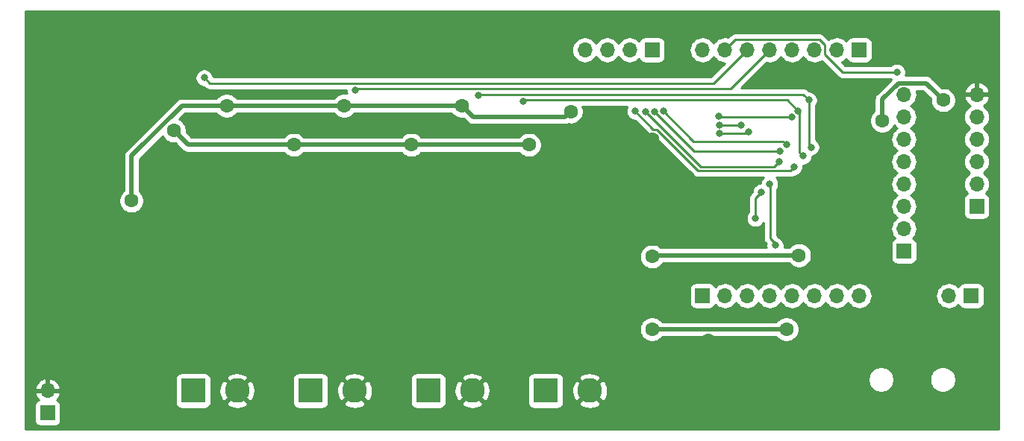
<source format=gbr>
G04 #@! TF.GenerationSoftware,KiCad,Pcbnew,(5.1.0-rc1-103-gc65c7d3de)*
G04 #@! TF.CreationDate,2019-09-26T12:21:13+02:00
G04 #@! TF.ProjectId,pinballControlUnit,70696e62-616c-46c4-936f-6e74726f6c55,2*
G04 #@! TF.SameCoordinates,Original*
G04 #@! TF.FileFunction,Copper,L2,Bot*
G04 #@! TF.FilePolarity,Positive*
%FSLAX46Y46*%
G04 Gerber Fmt 4.6, Leading zero omitted, Abs format (unit mm)*
G04 Created by KiCad (PCBNEW (5.1.0-rc1-103-gc65c7d3de)) date 2019-09-26 12:21:13*
%MOMM*%
%LPD*%
G04 APERTURE LIST*
%ADD10O,1.700000X1.700000*%
%ADD11R,1.700000X1.700000*%
%ADD12R,2.800000X2.800000*%
%ADD13C,2.800000*%
%ADD14C,1.600000*%
%ADD15C,0.800000*%
%ADD16C,0.500000*%
%ADD17C,0.250000*%
%ADD18C,0.254000*%
G04 APERTURE END LIST*
D10*
X94615000Y-66675000D03*
X97155000Y-66675000D03*
X99695000Y-66675000D03*
X102235000Y-66675000D03*
X104775000Y-66675000D03*
X107315000Y-66675000D03*
X109855000Y-66675000D03*
D11*
X112395000Y-66675000D03*
D10*
X112395000Y-94615000D03*
X109855000Y-94615000D03*
X107315000Y-94615000D03*
X104775000Y-94615000D03*
X102235000Y-94615000D03*
X99695000Y-94615000D03*
X97155000Y-94615000D03*
D11*
X94615000Y-94615000D03*
D10*
X122555000Y-94615000D03*
D11*
X125095000Y-94615000D03*
D10*
X125730000Y-71755000D03*
X125730000Y-74295000D03*
X125730000Y-76835000D03*
X125730000Y-79375000D03*
X125730000Y-81915000D03*
D11*
X125730000Y-84455000D03*
D10*
X117475000Y-71755000D03*
X117475000Y-74295000D03*
X117475000Y-76835000D03*
X117475000Y-79375000D03*
X117475000Y-81915000D03*
X117475000Y-84455000D03*
X117475000Y-86995000D03*
D11*
X117475000Y-89535000D03*
D10*
X20320000Y-105410000D03*
D11*
X20320000Y-107950000D03*
D12*
X76835000Y-105410000D03*
D13*
X81835000Y-105410000D03*
D11*
X88900000Y-66675000D03*
D10*
X86360000Y-66675000D03*
X83820000Y-66675000D03*
X81280000Y-66675000D03*
D12*
X63500000Y-105410000D03*
D13*
X68500000Y-105410000D03*
X55165000Y-105410000D03*
D12*
X50165000Y-105410000D03*
X36830000Y-105410000D03*
D13*
X41830000Y-105410000D03*
D14*
X25400000Y-100330000D03*
X95250000Y-99675000D03*
X104140000Y-103505000D03*
X88900000Y-76835000D03*
X77470000Y-81280000D03*
X106680000Y-86995000D03*
X19050000Y-65405000D03*
X66675000Y-68090000D03*
X53340000Y-68090000D03*
X41910000Y-68090000D03*
X64135000Y-81280000D03*
X50800000Y-81280000D03*
X37465000Y-81280000D03*
X31750000Y-63500000D03*
X80645000Y-75565000D03*
X35560000Y-79375000D03*
X121285000Y-91440000D03*
X98425000Y-92075000D03*
X119380000Y-67310000D03*
X110490000Y-104140000D03*
X104140000Y-98425000D03*
X115004999Y-74712892D03*
X121920000Y-72390000D03*
X88900000Y-98425000D03*
X105570496Y-90009504D03*
X88900000Y-90170000D03*
D15*
X104990000Y-80010000D03*
X86995000Y-73660000D03*
X103432892Y-78177108D03*
X89157346Y-73672651D03*
X104140000Y-77470000D03*
X90170000Y-73660000D03*
X106680000Y-72390000D03*
X106940000Y-77730000D03*
X69215000Y-71845000D03*
X105482108Y-73587892D03*
X106045000Y-78740000D03*
X74295000Y-72480000D03*
X116674002Y-69215000D03*
X104775000Y-74295000D03*
X96449601Y-74202476D03*
X101290002Y-82859998D03*
X100615000Y-85825848D03*
X102870000Y-88900000D03*
X102235000Y-81915000D03*
X38100000Y-69850000D03*
X55245000Y-71210000D03*
X103290000Y-79375000D03*
X88137655Y-73678265D03*
X96520000Y-75199997D03*
X99039990Y-75225001D03*
X96520000Y-76200000D03*
X99890000Y-76005000D03*
D14*
X29845000Y-83820000D03*
X40640000Y-73025000D03*
X53975000Y-73025000D03*
X67310000Y-73025000D03*
X79677500Y-73672500D03*
X34650509Y-75856252D03*
X48260000Y-77470000D03*
X61595000Y-77470000D03*
X74930000Y-77470000D03*
D16*
X115004999Y-72300999D02*
X116850999Y-70454999D01*
X115004999Y-74712892D02*
X115004999Y-72300999D01*
X104140000Y-98425000D02*
X88900000Y-98425000D01*
X89060496Y-90009504D02*
X88900000Y-90170000D01*
X105570496Y-90009504D02*
X89060496Y-90009504D01*
X119984999Y-70454999D02*
X116850999Y-70454999D01*
X121920000Y-72390000D02*
X119984999Y-70454999D01*
D17*
X104590001Y-80409999D02*
X95014999Y-80409999D01*
X104990000Y-80010000D02*
X104590001Y-80409999D01*
X89044999Y-75709999D02*
X86995000Y-73660000D01*
X89440001Y-75709999D02*
X89044999Y-75709999D01*
X94140001Y-80409999D02*
X89440001Y-75709999D01*
X95014999Y-80409999D02*
X94140001Y-80409999D01*
X94054928Y-78177108D02*
X103432892Y-78177108D01*
X93661803Y-78177108D02*
X89157346Y-73672651D01*
X94054928Y-78177108D02*
X93661803Y-78177108D01*
X103740001Y-77070001D02*
X93584231Y-77070001D01*
X104140000Y-77470000D02*
X103740001Y-77070001D01*
X93580001Y-77070001D02*
X90170000Y-73660000D01*
X93584231Y-77070001D02*
X93580001Y-77070001D01*
X106698542Y-72408542D02*
X106680000Y-72390000D01*
X106698542Y-77488542D02*
X106698542Y-72408542D01*
X106940000Y-77730000D02*
X106698542Y-77488542D01*
X106135000Y-71845000D02*
X106680000Y-72390000D01*
X106135000Y-71845000D02*
X106045000Y-71755000D01*
X106045000Y-71755000D02*
X104775000Y-71755000D01*
X104775000Y-71755000D02*
X83820000Y-71755000D01*
X69305000Y-71755000D02*
X69215000Y-71845000D01*
X83820000Y-71755000D02*
X69305000Y-71755000D01*
X105674080Y-73779864D02*
X105482108Y-73587892D01*
X105645001Y-78340001D02*
X105645001Y-73750785D01*
X105645001Y-73750785D02*
X105482108Y-73587892D01*
X106045000Y-78740000D02*
X105645001Y-78340001D01*
X105482108Y-73587892D02*
X104284216Y-72390000D01*
X104284216Y-72390000D02*
X83820000Y-72390000D01*
X74385000Y-72390000D02*
X74295000Y-72480000D01*
X83820000Y-72390000D02*
X74385000Y-72390000D01*
X112395000Y-69215000D02*
X116674002Y-69215000D01*
X110490000Y-69215000D02*
X112395000Y-69215000D01*
X108490001Y-67215001D02*
X110490000Y-69215000D01*
X108490001Y-66110999D02*
X108490001Y-67215001D01*
X107879001Y-65499999D02*
X108490001Y-66110999D01*
X98330001Y-65499999D02*
X107879001Y-65499999D01*
X97155000Y-66675000D02*
X98330001Y-65499999D01*
X96542125Y-74295000D02*
X96449601Y-74202476D01*
X104775000Y-74295000D02*
X96542125Y-74295000D01*
X100615000Y-83535000D02*
X100615000Y-85825848D01*
X101290002Y-82859998D02*
X100615000Y-83535000D01*
X102290005Y-88080007D02*
X102870000Y-88660002D01*
X102870000Y-88660002D02*
X102870000Y-88900000D01*
X102290005Y-82859998D02*
X102290005Y-88080007D01*
X102290005Y-81970005D02*
X102235000Y-81915000D01*
X102290005Y-82859998D02*
X102290005Y-81970005D01*
X95885000Y-70485000D02*
X99695000Y-66675000D01*
X38735000Y-70485000D02*
X95885000Y-70485000D01*
X38100000Y-69850000D02*
X38735000Y-70485000D01*
X102235000Y-66675000D02*
X97790000Y-71120000D01*
X55335000Y-71120000D02*
X55245000Y-71210000D01*
X97790000Y-71120000D02*
X55335000Y-71120000D01*
X102705011Y-79959989D02*
X95201399Y-79959989D01*
X103290000Y-79375000D02*
X102705011Y-79959989D01*
X94419379Y-79959989D02*
X88137655Y-73678265D01*
X95201399Y-79959989D02*
X94419379Y-79959989D01*
X99014986Y-75199997D02*
X99039990Y-75225001D01*
X96520000Y-75199997D02*
X99014986Y-75199997D01*
X99695000Y-76200000D02*
X99890000Y-76005000D01*
X96520000Y-76200000D02*
X99695000Y-76200000D01*
D16*
X53975000Y-73025000D02*
X40640000Y-73025000D01*
X66178630Y-73025000D02*
X53975000Y-73025000D01*
X67310000Y-73025000D02*
X66178630Y-73025000D01*
X79055000Y-74295000D02*
X79677500Y-73672500D01*
X68580000Y-74295000D02*
X79055000Y-74295000D01*
X67310000Y-73025000D02*
X68580000Y-74295000D01*
X29845000Y-78740000D02*
X29845000Y-83820000D01*
X35560000Y-73025000D02*
X29845000Y-78740000D01*
X40640000Y-73025000D02*
X35560000Y-73025000D01*
X36264257Y-77470000D02*
X48260000Y-77470000D01*
X34650509Y-75856252D02*
X36264257Y-77470000D01*
X48260000Y-77470000D02*
X61595000Y-77470000D01*
X61595000Y-77470000D02*
X74930000Y-77470000D01*
D18*
G36*
X128220001Y-109805000D02*
G01*
X17830000Y-109805000D01*
X17830000Y-107100000D01*
X18831928Y-107100000D01*
X18831928Y-108800000D01*
X18844188Y-108924482D01*
X18880498Y-109044180D01*
X18939463Y-109154494D01*
X19018815Y-109251185D01*
X19115506Y-109330537D01*
X19225820Y-109389502D01*
X19345518Y-109425812D01*
X19470000Y-109438072D01*
X21170000Y-109438072D01*
X21294482Y-109425812D01*
X21414180Y-109389502D01*
X21524494Y-109330537D01*
X21621185Y-109251185D01*
X21700537Y-109154494D01*
X21759502Y-109044180D01*
X21795812Y-108924482D01*
X21808072Y-108800000D01*
X21808072Y-107100000D01*
X21795812Y-106975518D01*
X21759502Y-106855820D01*
X21700537Y-106745506D01*
X21621185Y-106648815D01*
X21524494Y-106569463D01*
X21414180Y-106510498D01*
X21333534Y-106486034D01*
X21417588Y-106410269D01*
X21591641Y-106176920D01*
X21716825Y-105914099D01*
X21761476Y-105766890D01*
X21640155Y-105537000D01*
X20447000Y-105537000D01*
X20447000Y-105557000D01*
X20193000Y-105557000D01*
X20193000Y-105537000D01*
X18999845Y-105537000D01*
X18878524Y-105766890D01*
X18923175Y-105914099D01*
X19048359Y-106176920D01*
X19222412Y-106410269D01*
X19306466Y-106486034D01*
X19225820Y-106510498D01*
X19115506Y-106569463D01*
X19018815Y-106648815D01*
X18939463Y-106745506D01*
X18880498Y-106855820D01*
X18844188Y-106975518D01*
X18831928Y-107100000D01*
X17830000Y-107100000D01*
X17830000Y-105053110D01*
X18878524Y-105053110D01*
X18999845Y-105283000D01*
X20193000Y-105283000D01*
X20193000Y-104089186D01*
X20447000Y-104089186D01*
X20447000Y-105283000D01*
X21640155Y-105283000D01*
X21761476Y-105053110D01*
X21716825Y-104905901D01*
X21591641Y-104643080D01*
X21417588Y-104409731D01*
X21201355Y-104214822D01*
X20951252Y-104065843D01*
X20793828Y-104010000D01*
X34791928Y-104010000D01*
X34791928Y-106810000D01*
X34804188Y-106934482D01*
X34840498Y-107054180D01*
X34899463Y-107164494D01*
X34978815Y-107261185D01*
X35075506Y-107340537D01*
X35185820Y-107399502D01*
X35305518Y-107435812D01*
X35430000Y-107448072D01*
X38230000Y-107448072D01*
X38354482Y-107435812D01*
X38474180Y-107399502D01*
X38584494Y-107340537D01*
X38681185Y-107261185D01*
X38760537Y-107164494D01*
X38819502Y-107054180D01*
X38855812Y-106934482D01*
X38866058Y-106830447D01*
X40589158Y-106830447D01*
X40733135Y-107135770D01*
X41090892Y-107316597D01*
X41477053Y-107424155D01*
X41876777Y-107454310D01*
X42274704Y-107405904D01*
X42655540Y-107280795D01*
X42926865Y-107135770D01*
X43070842Y-106830447D01*
X41830000Y-105589605D01*
X40589158Y-106830447D01*
X38866058Y-106830447D01*
X38868072Y-106810000D01*
X38868072Y-105456777D01*
X39785690Y-105456777D01*
X39834096Y-105854704D01*
X39959205Y-106235540D01*
X40104230Y-106506865D01*
X40409553Y-106650842D01*
X41650395Y-105410000D01*
X42009605Y-105410000D01*
X43250447Y-106650842D01*
X43555770Y-106506865D01*
X43736597Y-106149108D01*
X43844155Y-105762947D01*
X43874310Y-105363223D01*
X43825904Y-104965296D01*
X43700795Y-104584460D01*
X43555770Y-104313135D01*
X43250447Y-104169158D01*
X42009605Y-105410000D01*
X41650395Y-105410000D01*
X40409553Y-104169158D01*
X40104230Y-104313135D01*
X39923403Y-104670892D01*
X39815845Y-105057053D01*
X39785690Y-105456777D01*
X38868072Y-105456777D01*
X38868072Y-104010000D01*
X38866059Y-103989553D01*
X40589158Y-103989553D01*
X41830000Y-105230395D01*
X43050395Y-104010000D01*
X48126928Y-104010000D01*
X48126928Y-106810000D01*
X48139188Y-106934482D01*
X48175498Y-107054180D01*
X48234463Y-107164494D01*
X48313815Y-107261185D01*
X48410506Y-107340537D01*
X48520820Y-107399502D01*
X48640518Y-107435812D01*
X48765000Y-107448072D01*
X51565000Y-107448072D01*
X51689482Y-107435812D01*
X51809180Y-107399502D01*
X51919494Y-107340537D01*
X52016185Y-107261185D01*
X52095537Y-107164494D01*
X52154502Y-107054180D01*
X52190812Y-106934482D01*
X52201058Y-106830447D01*
X53924158Y-106830447D01*
X54068135Y-107135770D01*
X54425892Y-107316597D01*
X54812053Y-107424155D01*
X55211777Y-107454310D01*
X55609704Y-107405904D01*
X55990540Y-107280795D01*
X56261865Y-107135770D01*
X56405842Y-106830447D01*
X55165000Y-105589605D01*
X53924158Y-106830447D01*
X52201058Y-106830447D01*
X52203072Y-106810000D01*
X52203072Y-105456777D01*
X53120690Y-105456777D01*
X53169096Y-105854704D01*
X53294205Y-106235540D01*
X53439230Y-106506865D01*
X53744553Y-106650842D01*
X54985395Y-105410000D01*
X55344605Y-105410000D01*
X56585447Y-106650842D01*
X56890770Y-106506865D01*
X57071597Y-106149108D01*
X57179155Y-105762947D01*
X57209310Y-105363223D01*
X57160904Y-104965296D01*
X57035795Y-104584460D01*
X56890770Y-104313135D01*
X56585447Y-104169158D01*
X55344605Y-105410000D01*
X54985395Y-105410000D01*
X53744553Y-104169158D01*
X53439230Y-104313135D01*
X53258403Y-104670892D01*
X53150845Y-105057053D01*
X53120690Y-105456777D01*
X52203072Y-105456777D01*
X52203072Y-104010000D01*
X52201059Y-103989553D01*
X53924158Y-103989553D01*
X55165000Y-105230395D01*
X56385395Y-104010000D01*
X61461928Y-104010000D01*
X61461928Y-106810000D01*
X61474188Y-106934482D01*
X61510498Y-107054180D01*
X61569463Y-107164494D01*
X61648815Y-107261185D01*
X61745506Y-107340537D01*
X61855820Y-107399502D01*
X61975518Y-107435812D01*
X62100000Y-107448072D01*
X64900000Y-107448072D01*
X65024482Y-107435812D01*
X65144180Y-107399502D01*
X65254494Y-107340537D01*
X65351185Y-107261185D01*
X65430537Y-107164494D01*
X65489502Y-107054180D01*
X65525812Y-106934482D01*
X65536058Y-106830447D01*
X67259158Y-106830447D01*
X67403135Y-107135770D01*
X67760892Y-107316597D01*
X68147053Y-107424155D01*
X68546777Y-107454310D01*
X68944704Y-107405904D01*
X69325540Y-107280795D01*
X69596865Y-107135770D01*
X69740842Y-106830447D01*
X68500000Y-105589605D01*
X67259158Y-106830447D01*
X65536058Y-106830447D01*
X65538072Y-106810000D01*
X65538072Y-105456777D01*
X66455690Y-105456777D01*
X66504096Y-105854704D01*
X66629205Y-106235540D01*
X66774230Y-106506865D01*
X67079553Y-106650842D01*
X68320395Y-105410000D01*
X68679605Y-105410000D01*
X69920447Y-106650842D01*
X70225770Y-106506865D01*
X70406597Y-106149108D01*
X70514155Y-105762947D01*
X70544310Y-105363223D01*
X70495904Y-104965296D01*
X70370795Y-104584460D01*
X70225770Y-104313135D01*
X69920447Y-104169158D01*
X68679605Y-105410000D01*
X68320395Y-105410000D01*
X67079553Y-104169158D01*
X66774230Y-104313135D01*
X66593403Y-104670892D01*
X66485845Y-105057053D01*
X66455690Y-105456777D01*
X65538072Y-105456777D01*
X65538072Y-104010000D01*
X65536059Y-103989553D01*
X67259158Y-103989553D01*
X68500000Y-105230395D01*
X69720395Y-104010000D01*
X74796928Y-104010000D01*
X74796928Y-106810000D01*
X74809188Y-106934482D01*
X74845498Y-107054180D01*
X74904463Y-107164494D01*
X74983815Y-107261185D01*
X75080506Y-107340537D01*
X75190820Y-107399502D01*
X75310518Y-107435812D01*
X75435000Y-107448072D01*
X78235000Y-107448072D01*
X78359482Y-107435812D01*
X78479180Y-107399502D01*
X78589494Y-107340537D01*
X78686185Y-107261185D01*
X78765537Y-107164494D01*
X78824502Y-107054180D01*
X78860812Y-106934482D01*
X78871058Y-106830447D01*
X80594158Y-106830447D01*
X80738135Y-107135770D01*
X81095892Y-107316597D01*
X81482053Y-107424155D01*
X81881777Y-107454310D01*
X82279704Y-107405904D01*
X82660540Y-107280795D01*
X82931865Y-107135770D01*
X83075842Y-106830447D01*
X81835000Y-105589605D01*
X80594158Y-106830447D01*
X78871058Y-106830447D01*
X78873072Y-106810000D01*
X78873072Y-105456777D01*
X79790690Y-105456777D01*
X79839096Y-105854704D01*
X79964205Y-106235540D01*
X80109230Y-106506865D01*
X80414553Y-106650842D01*
X81655395Y-105410000D01*
X82014605Y-105410000D01*
X83255447Y-106650842D01*
X83560770Y-106506865D01*
X83741597Y-106149108D01*
X83849155Y-105762947D01*
X83879310Y-105363223D01*
X83830904Y-104965296D01*
X83705795Y-104584460D01*
X83560770Y-104313135D01*
X83255447Y-104169158D01*
X82014605Y-105410000D01*
X81655395Y-105410000D01*
X80414553Y-104169158D01*
X80109230Y-104313135D01*
X79928403Y-104670892D01*
X79820845Y-105057053D01*
X79790690Y-105456777D01*
X78873072Y-105456777D01*
X78873072Y-104010000D01*
X78871059Y-103989553D01*
X80594158Y-103989553D01*
X81835000Y-105230395D01*
X83071655Y-103993740D01*
X113395000Y-103993740D01*
X113395000Y-104286260D01*
X113452068Y-104573158D01*
X113564010Y-104843411D01*
X113726525Y-105086632D01*
X113933368Y-105293475D01*
X114176589Y-105455990D01*
X114446842Y-105567932D01*
X114733740Y-105625000D01*
X115026260Y-105625000D01*
X115313158Y-105567932D01*
X115583411Y-105455990D01*
X115826632Y-105293475D01*
X116033475Y-105086632D01*
X116195990Y-104843411D01*
X116307932Y-104573158D01*
X116365000Y-104286260D01*
X116365000Y-103993740D01*
X120395000Y-103993740D01*
X120395000Y-104286260D01*
X120452068Y-104573158D01*
X120564010Y-104843411D01*
X120726525Y-105086632D01*
X120933368Y-105293475D01*
X121176589Y-105455990D01*
X121446842Y-105567932D01*
X121733740Y-105625000D01*
X122026260Y-105625000D01*
X122313158Y-105567932D01*
X122583411Y-105455990D01*
X122826632Y-105293475D01*
X123033475Y-105086632D01*
X123195990Y-104843411D01*
X123307932Y-104573158D01*
X123365000Y-104286260D01*
X123365000Y-103993740D01*
X123307932Y-103706842D01*
X123195990Y-103436589D01*
X123033475Y-103193368D01*
X122826632Y-102986525D01*
X122583411Y-102824010D01*
X122313158Y-102712068D01*
X122026260Y-102655000D01*
X121733740Y-102655000D01*
X121446842Y-102712068D01*
X121176589Y-102824010D01*
X120933368Y-102986525D01*
X120726525Y-103193368D01*
X120564010Y-103436589D01*
X120452068Y-103706842D01*
X120395000Y-103993740D01*
X116365000Y-103993740D01*
X116307932Y-103706842D01*
X116195990Y-103436589D01*
X116033475Y-103193368D01*
X115826632Y-102986525D01*
X115583411Y-102824010D01*
X115313158Y-102712068D01*
X115026260Y-102655000D01*
X114733740Y-102655000D01*
X114446842Y-102712068D01*
X114176589Y-102824010D01*
X113933368Y-102986525D01*
X113726525Y-103193368D01*
X113564010Y-103436589D01*
X113452068Y-103706842D01*
X113395000Y-103993740D01*
X83071655Y-103993740D01*
X83075842Y-103989553D01*
X82931865Y-103684230D01*
X82574108Y-103503403D01*
X82187947Y-103395845D01*
X81788223Y-103365690D01*
X81390296Y-103414096D01*
X81009460Y-103539205D01*
X80738135Y-103684230D01*
X80594158Y-103989553D01*
X78871059Y-103989553D01*
X78860812Y-103885518D01*
X78824502Y-103765820D01*
X78765537Y-103655506D01*
X78686185Y-103558815D01*
X78589494Y-103479463D01*
X78479180Y-103420498D01*
X78359482Y-103384188D01*
X78235000Y-103371928D01*
X75435000Y-103371928D01*
X75310518Y-103384188D01*
X75190820Y-103420498D01*
X75080506Y-103479463D01*
X74983815Y-103558815D01*
X74904463Y-103655506D01*
X74845498Y-103765820D01*
X74809188Y-103885518D01*
X74796928Y-104010000D01*
X69720395Y-104010000D01*
X69740842Y-103989553D01*
X69596865Y-103684230D01*
X69239108Y-103503403D01*
X68852947Y-103395845D01*
X68453223Y-103365690D01*
X68055296Y-103414096D01*
X67674460Y-103539205D01*
X67403135Y-103684230D01*
X67259158Y-103989553D01*
X65536059Y-103989553D01*
X65525812Y-103885518D01*
X65489502Y-103765820D01*
X65430537Y-103655506D01*
X65351185Y-103558815D01*
X65254494Y-103479463D01*
X65144180Y-103420498D01*
X65024482Y-103384188D01*
X64900000Y-103371928D01*
X62100000Y-103371928D01*
X61975518Y-103384188D01*
X61855820Y-103420498D01*
X61745506Y-103479463D01*
X61648815Y-103558815D01*
X61569463Y-103655506D01*
X61510498Y-103765820D01*
X61474188Y-103885518D01*
X61461928Y-104010000D01*
X56385395Y-104010000D01*
X56405842Y-103989553D01*
X56261865Y-103684230D01*
X55904108Y-103503403D01*
X55517947Y-103395845D01*
X55118223Y-103365690D01*
X54720296Y-103414096D01*
X54339460Y-103539205D01*
X54068135Y-103684230D01*
X53924158Y-103989553D01*
X52201059Y-103989553D01*
X52190812Y-103885518D01*
X52154502Y-103765820D01*
X52095537Y-103655506D01*
X52016185Y-103558815D01*
X51919494Y-103479463D01*
X51809180Y-103420498D01*
X51689482Y-103384188D01*
X51565000Y-103371928D01*
X48765000Y-103371928D01*
X48640518Y-103384188D01*
X48520820Y-103420498D01*
X48410506Y-103479463D01*
X48313815Y-103558815D01*
X48234463Y-103655506D01*
X48175498Y-103765820D01*
X48139188Y-103885518D01*
X48126928Y-104010000D01*
X43050395Y-104010000D01*
X43070842Y-103989553D01*
X42926865Y-103684230D01*
X42569108Y-103503403D01*
X42182947Y-103395845D01*
X41783223Y-103365690D01*
X41385296Y-103414096D01*
X41004460Y-103539205D01*
X40733135Y-103684230D01*
X40589158Y-103989553D01*
X38866059Y-103989553D01*
X38855812Y-103885518D01*
X38819502Y-103765820D01*
X38760537Y-103655506D01*
X38681185Y-103558815D01*
X38584494Y-103479463D01*
X38474180Y-103420498D01*
X38354482Y-103384188D01*
X38230000Y-103371928D01*
X35430000Y-103371928D01*
X35305518Y-103384188D01*
X35185820Y-103420498D01*
X35075506Y-103479463D01*
X34978815Y-103558815D01*
X34899463Y-103655506D01*
X34840498Y-103765820D01*
X34804188Y-103885518D01*
X34791928Y-104010000D01*
X20793828Y-104010000D01*
X20676891Y-103968519D01*
X20447000Y-104089186D01*
X20193000Y-104089186D01*
X19963109Y-103968519D01*
X19688748Y-104065843D01*
X19438645Y-104214822D01*
X19222412Y-104409731D01*
X19048359Y-104643080D01*
X18923175Y-104905901D01*
X18878524Y-105053110D01*
X17830000Y-105053110D01*
X17830000Y-98283665D01*
X87465000Y-98283665D01*
X87465000Y-98566335D01*
X87520147Y-98843574D01*
X87628320Y-99104727D01*
X87785363Y-99339759D01*
X87985241Y-99539637D01*
X88220273Y-99696680D01*
X88481426Y-99804853D01*
X88758665Y-99860000D01*
X89041335Y-99860000D01*
X89318574Y-99804853D01*
X89579727Y-99696680D01*
X89814759Y-99539637D01*
X90014637Y-99339759D01*
X90034521Y-99310000D01*
X103005479Y-99310000D01*
X103025363Y-99339759D01*
X103225241Y-99539637D01*
X103460273Y-99696680D01*
X103721426Y-99804853D01*
X103998665Y-99860000D01*
X104281335Y-99860000D01*
X104558574Y-99804853D01*
X104819727Y-99696680D01*
X105054759Y-99539637D01*
X105254637Y-99339759D01*
X105411680Y-99104727D01*
X105519853Y-98843574D01*
X105575000Y-98566335D01*
X105575000Y-98283665D01*
X105519853Y-98006426D01*
X105411680Y-97745273D01*
X105254637Y-97510241D01*
X105054759Y-97310363D01*
X104819727Y-97153320D01*
X104558574Y-97045147D01*
X104281335Y-96990000D01*
X103998665Y-96990000D01*
X103721426Y-97045147D01*
X103460273Y-97153320D01*
X103225241Y-97310363D01*
X103025363Y-97510241D01*
X103005479Y-97540000D01*
X90034521Y-97540000D01*
X90014637Y-97510241D01*
X89814759Y-97310363D01*
X89579727Y-97153320D01*
X89318574Y-97045147D01*
X89041335Y-96990000D01*
X88758665Y-96990000D01*
X88481426Y-97045147D01*
X88220273Y-97153320D01*
X87985241Y-97310363D01*
X87785363Y-97510241D01*
X87628320Y-97745273D01*
X87520147Y-98006426D01*
X87465000Y-98283665D01*
X17830000Y-98283665D01*
X17830000Y-93765000D01*
X93126928Y-93765000D01*
X93126928Y-95465000D01*
X93139188Y-95589482D01*
X93175498Y-95709180D01*
X93234463Y-95819494D01*
X93313815Y-95916185D01*
X93410506Y-95995537D01*
X93520820Y-96054502D01*
X93640518Y-96090812D01*
X93765000Y-96103072D01*
X95465000Y-96103072D01*
X95589482Y-96090812D01*
X95709180Y-96054502D01*
X95819494Y-95995537D01*
X95916185Y-95916185D01*
X95995537Y-95819494D01*
X96054502Y-95709180D01*
X96075393Y-95640313D01*
X96099866Y-95670134D01*
X96325986Y-95855706D01*
X96583966Y-95993599D01*
X96863889Y-96078513D01*
X97082050Y-96100000D01*
X97227950Y-96100000D01*
X97446111Y-96078513D01*
X97726034Y-95993599D01*
X97984014Y-95855706D01*
X98210134Y-95670134D01*
X98395706Y-95444014D01*
X98425000Y-95389209D01*
X98454294Y-95444014D01*
X98639866Y-95670134D01*
X98865986Y-95855706D01*
X99123966Y-95993599D01*
X99403889Y-96078513D01*
X99622050Y-96100000D01*
X99767950Y-96100000D01*
X99986111Y-96078513D01*
X100266034Y-95993599D01*
X100524014Y-95855706D01*
X100750134Y-95670134D01*
X100935706Y-95444014D01*
X100965000Y-95389209D01*
X100994294Y-95444014D01*
X101179866Y-95670134D01*
X101405986Y-95855706D01*
X101663966Y-95993599D01*
X101943889Y-96078513D01*
X102162050Y-96100000D01*
X102307950Y-96100000D01*
X102526111Y-96078513D01*
X102806034Y-95993599D01*
X103064014Y-95855706D01*
X103290134Y-95670134D01*
X103475706Y-95444014D01*
X103505000Y-95389209D01*
X103534294Y-95444014D01*
X103719866Y-95670134D01*
X103945986Y-95855706D01*
X104203966Y-95993599D01*
X104483889Y-96078513D01*
X104702050Y-96100000D01*
X104847950Y-96100000D01*
X105066111Y-96078513D01*
X105346034Y-95993599D01*
X105604014Y-95855706D01*
X105830134Y-95670134D01*
X106015706Y-95444014D01*
X106045000Y-95389209D01*
X106074294Y-95444014D01*
X106259866Y-95670134D01*
X106485986Y-95855706D01*
X106743966Y-95993599D01*
X107023889Y-96078513D01*
X107242050Y-96100000D01*
X107387950Y-96100000D01*
X107606111Y-96078513D01*
X107886034Y-95993599D01*
X108144014Y-95855706D01*
X108370134Y-95670134D01*
X108555706Y-95444014D01*
X108585000Y-95389209D01*
X108614294Y-95444014D01*
X108799866Y-95670134D01*
X109025986Y-95855706D01*
X109283966Y-95993599D01*
X109563889Y-96078513D01*
X109782050Y-96100000D01*
X109927950Y-96100000D01*
X110146111Y-96078513D01*
X110426034Y-95993599D01*
X110684014Y-95855706D01*
X110910134Y-95670134D01*
X111095706Y-95444014D01*
X111125000Y-95389209D01*
X111154294Y-95444014D01*
X111339866Y-95670134D01*
X111565986Y-95855706D01*
X111823966Y-95993599D01*
X112103889Y-96078513D01*
X112322050Y-96100000D01*
X112467950Y-96100000D01*
X112686111Y-96078513D01*
X112966034Y-95993599D01*
X113224014Y-95855706D01*
X113450134Y-95670134D01*
X113635706Y-95444014D01*
X113773599Y-95186034D01*
X113858513Y-94906111D01*
X113887185Y-94615000D01*
X121062815Y-94615000D01*
X121091487Y-94906111D01*
X121176401Y-95186034D01*
X121314294Y-95444014D01*
X121499866Y-95670134D01*
X121725986Y-95855706D01*
X121983966Y-95993599D01*
X122263889Y-96078513D01*
X122482050Y-96100000D01*
X122627950Y-96100000D01*
X122846111Y-96078513D01*
X123126034Y-95993599D01*
X123384014Y-95855706D01*
X123610134Y-95670134D01*
X123634607Y-95640313D01*
X123655498Y-95709180D01*
X123714463Y-95819494D01*
X123793815Y-95916185D01*
X123890506Y-95995537D01*
X124000820Y-96054502D01*
X124120518Y-96090812D01*
X124245000Y-96103072D01*
X125945000Y-96103072D01*
X126069482Y-96090812D01*
X126189180Y-96054502D01*
X126299494Y-95995537D01*
X126396185Y-95916185D01*
X126475537Y-95819494D01*
X126534502Y-95709180D01*
X126570812Y-95589482D01*
X126583072Y-95465000D01*
X126583072Y-93765000D01*
X126570812Y-93640518D01*
X126534502Y-93520820D01*
X126475537Y-93410506D01*
X126396185Y-93313815D01*
X126299494Y-93234463D01*
X126189180Y-93175498D01*
X126069482Y-93139188D01*
X125945000Y-93126928D01*
X124245000Y-93126928D01*
X124120518Y-93139188D01*
X124000820Y-93175498D01*
X123890506Y-93234463D01*
X123793815Y-93313815D01*
X123714463Y-93410506D01*
X123655498Y-93520820D01*
X123634607Y-93589687D01*
X123610134Y-93559866D01*
X123384014Y-93374294D01*
X123126034Y-93236401D01*
X122846111Y-93151487D01*
X122627950Y-93130000D01*
X122482050Y-93130000D01*
X122263889Y-93151487D01*
X121983966Y-93236401D01*
X121725986Y-93374294D01*
X121499866Y-93559866D01*
X121314294Y-93785986D01*
X121176401Y-94043966D01*
X121091487Y-94323889D01*
X121062815Y-94615000D01*
X113887185Y-94615000D01*
X113858513Y-94323889D01*
X113773599Y-94043966D01*
X113635706Y-93785986D01*
X113450134Y-93559866D01*
X113224014Y-93374294D01*
X112966034Y-93236401D01*
X112686111Y-93151487D01*
X112467950Y-93130000D01*
X112322050Y-93130000D01*
X112103889Y-93151487D01*
X111823966Y-93236401D01*
X111565986Y-93374294D01*
X111339866Y-93559866D01*
X111154294Y-93785986D01*
X111125000Y-93840791D01*
X111095706Y-93785986D01*
X110910134Y-93559866D01*
X110684014Y-93374294D01*
X110426034Y-93236401D01*
X110146111Y-93151487D01*
X109927950Y-93130000D01*
X109782050Y-93130000D01*
X109563889Y-93151487D01*
X109283966Y-93236401D01*
X109025986Y-93374294D01*
X108799866Y-93559866D01*
X108614294Y-93785986D01*
X108585000Y-93840791D01*
X108555706Y-93785986D01*
X108370134Y-93559866D01*
X108144014Y-93374294D01*
X107886034Y-93236401D01*
X107606111Y-93151487D01*
X107387950Y-93130000D01*
X107242050Y-93130000D01*
X107023889Y-93151487D01*
X106743966Y-93236401D01*
X106485986Y-93374294D01*
X106259866Y-93559866D01*
X106074294Y-93785986D01*
X106045000Y-93840791D01*
X106015706Y-93785986D01*
X105830134Y-93559866D01*
X105604014Y-93374294D01*
X105346034Y-93236401D01*
X105066111Y-93151487D01*
X104847950Y-93130000D01*
X104702050Y-93130000D01*
X104483889Y-93151487D01*
X104203966Y-93236401D01*
X103945986Y-93374294D01*
X103719866Y-93559866D01*
X103534294Y-93785986D01*
X103505000Y-93840791D01*
X103475706Y-93785986D01*
X103290134Y-93559866D01*
X103064014Y-93374294D01*
X102806034Y-93236401D01*
X102526111Y-93151487D01*
X102307950Y-93130000D01*
X102162050Y-93130000D01*
X101943889Y-93151487D01*
X101663966Y-93236401D01*
X101405986Y-93374294D01*
X101179866Y-93559866D01*
X100994294Y-93785986D01*
X100965000Y-93840791D01*
X100935706Y-93785986D01*
X100750134Y-93559866D01*
X100524014Y-93374294D01*
X100266034Y-93236401D01*
X99986111Y-93151487D01*
X99767950Y-93130000D01*
X99622050Y-93130000D01*
X99403889Y-93151487D01*
X99123966Y-93236401D01*
X98865986Y-93374294D01*
X98639866Y-93559866D01*
X98454294Y-93785986D01*
X98425000Y-93840791D01*
X98395706Y-93785986D01*
X98210134Y-93559866D01*
X97984014Y-93374294D01*
X97726034Y-93236401D01*
X97446111Y-93151487D01*
X97227950Y-93130000D01*
X97082050Y-93130000D01*
X96863889Y-93151487D01*
X96583966Y-93236401D01*
X96325986Y-93374294D01*
X96099866Y-93559866D01*
X96075393Y-93589687D01*
X96054502Y-93520820D01*
X95995537Y-93410506D01*
X95916185Y-93313815D01*
X95819494Y-93234463D01*
X95709180Y-93175498D01*
X95589482Y-93139188D01*
X95465000Y-93126928D01*
X93765000Y-93126928D01*
X93640518Y-93139188D01*
X93520820Y-93175498D01*
X93410506Y-93234463D01*
X93313815Y-93313815D01*
X93234463Y-93410506D01*
X93175498Y-93520820D01*
X93139188Y-93640518D01*
X93126928Y-93765000D01*
X17830000Y-93765000D01*
X17830000Y-83678665D01*
X28410000Y-83678665D01*
X28410000Y-83961335D01*
X28465147Y-84238574D01*
X28573320Y-84499727D01*
X28730363Y-84734759D01*
X28930241Y-84934637D01*
X29165273Y-85091680D01*
X29426426Y-85199853D01*
X29703665Y-85255000D01*
X29986335Y-85255000D01*
X30263574Y-85199853D01*
X30524727Y-85091680D01*
X30759759Y-84934637D01*
X30959637Y-84734759D01*
X31116680Y-84499727D01*
X31224853Y-84238574D01*
X31280000Y-83961335D01*
X31280000Y-83678665D01*
X31224853Y-83401426D01*
X31116680Y-83140273D01*
X30959637Y-82905241D01*
X30759759Y-82705363D01*
X30730000Y-82685479D01*
X30730000Y-79106578D01*
X33355916Y-76480662D01*
X33378829Y-76535979D01*
X33535872Y-76771011D01*
X33735750Y-76970889D01*
X33970782Y-77127932D01*
X34231935Y-77236105D01*
X34509174Y-77291252D01*
X34791844Y-77291252D01*
X34826948Y-77284269D01*
X35607727Y-78065049D01*
X35635440Y-78098817D01*
X35669208Y-78126530D01*
X35669210Y-78126532D01*
X35697473Y-78149727D01*
X35770198Y-78209411D01*
X35923944Y-78291589D01*
X36090767Y-78342195D01*
X36220780Y-78355000D01*
X36220790Y-78355000D01*
X36264256Y-78359281D01*
X36307722Y-78355000D01*
X47125479Y-78355000D01*
X47145363Y-78384759D01*
X47345241Y-78584637D01*
X47580273Y-78741680D01*
X47841426Y-78849853D01*
X48118665Y-78905000D01*
X48401335Y-78905000D01*
X48678574Y-78849853D01*
X48939727Y-78741680D01*
X49174759Y-78584637D01*
X49374637Y-78384759D01*
X49394521Y-78355000D01*
X60460479Y-78355000D01*
X60480363Y-78384759D01*
X60680241Y-78584637D01*
X60915273Y-78741680D01*
X61176426Y-78849853D01*
X61453665Y-78905000D01*
X61736335Y-78905000D01*
X62013574Y-78849853D01*
X62274727Y-78741680D01*
X62509759Y-78584637D01*
X62709637Y-78384759D01*
X62729521Y-78355000D01*
X73795479Y-78355000D01*
X73815363Y-78384759D01*
X74015241Y-78584637D01*
X74250273Y-78741680D01*
X74511426Y-78849853D01*
X74788665Y-78905000D01*
X75071335Y-78905000D01*
X75348574Y-78849853D01*
X75609727Y-78741680D01*
X75844759Y-78584637D01*
X76044637Y-78384759D01*
X76201680Y-78149727D01*
X76309853Y-77888574D01*
X76365000Y-77611335D01*
X76365000Y-77328665D01*
X76309853Y-77051426D01*
X76201680Y-76790273D01*
X76044637Y-76555241D01*
X75844759Y-76355363D01*
X75609727Y-76198320D01*
X75348574Y-76090147D01*
X75071335Y-76035000D01*
X74788665Y-76035000D01*
X74511426Y-76090147D01*
X74250273Y-76198320D01*
X74015241Y-76355363D01*
X73815363Y-76555241D01*
X73795479Y-76585000D01*
X62729521Y-76585000D01*
X62709637Y-76555241D01*
X62509759Y-76355363D01*
X62274727Y-76198320D01*
X62013574Y-76090147D01*
X61736335Y-76035000D01*
X61453665Y-76035000D01*
X61176426Y-76090147D01*
X60915273Y-76198320D01*
X60680241Y-76355363D01*
X60480363Y-76555241D01*
X60460479Y-76585000D01*
X49394521Y-76585000D01*
X49374637Y-76555241D01*
X49174759Y-76355363D01*
X48939727Y-76198320D01*
X48678574Y-76090147D01*
X48401335Y-76035000D01*
X48118665Y-76035000D01*
X47841426Y-76090147D01*
X47580273Y-76198320D01*
X47345241Y-76355363D01*
X47145363Y-76555241D01*
X47125479Y-76585000D01*
X36630836Y-76585000D01*
X36078526Y-76032691D01*
X36085509Y-75997587D01*
X36085509Y-75714917D01*
X36030362Y-75437678D01*
X35922189Y-75176525D01*
X35765146Y-74941493D01*
X35565268Y-74741615D01*
X35330236Y-74584572D01*
X35274920Y-74561659D01*
X35926579Y-73910000D01*
X39505479Y-73910000D01*
X39525363Y-73939759D01*
X39725241Y-74139637D01*
X39960273Y-74296680D01*
X40221426Y-74404853D01*
X40498665Y-74460000D01*
X40781335Y-74460000D01*
X41058574Y-74404853D01*
X41319727Y-74296680D01*
X41554759Y-74139637D01*
X41754637Y-73939759D01*
X41774521Y-73910000D01*
X52840479Y-73910000D01*
X52860363Y-73939759D01*
X53060241Y-74139637D01*
X53295273Y-74296680D01*
X53556426Y-74404853D01*
X53833665Y-74460000D01*
X54116335Y-74460000D01*
X54393574Y-74404853D01*
X54654727Y-74296680D01*
X54889759Y-74139637D01*
X55089637Y-73939759D01*
X55109521Y-73910000D01*
X66175479Y-73910000D01*
X66195363Y-73939759D01*
X66395241Y-74139637D01*
X66630273Y-74296680D01*
X66891426Y-74404853D01*
X67168665Y-74460000D01*
X67451335Y-74460000D01*
X67486439Y-74453017D01*
X67923470Y-74890049D01*
X67951183Y-74923817D01*
X67984951Y-74951530D01*
X67984953Y-74951532D01*
X68024585Y-74984057D01*
X68085941Y-75034411D01*
X68239687Y-75116589D01*
X68406510Y-75167195D01*
X68536523Y-75180000D01*
X68536533Y-75180000D01*
X68579999Y-75184281D01*
X68623465Y-75180000D01*
X79011531Y-75180000D01*
X79055000Y-75184281D01*
X79098469Y-75180000D01*
X79098477Y-75180000D01*
X79228490Y-75167195D01*
X79395313Y-75116589D01*
X79445907Y-75089546D01*
X79536165Y-75107500D01*
X79818835Y-75107500D01*
X80096074Y-75052353D01*
X80357227Y-74944180D01*
X80592259Y-74787137D01*
X80792137Y-74587259D01*
X80949180Y-74352227D01*
X81057353Y-74091074D01*
X81112500Y-73813835D01*
X81112500Y-73531165D01*
X81057353Y-73253926D01*
X81014305Y-73150000D01*
X86090987Y-73150000D01*
X86077795Y-73169744D01*
X85999774Y-73358102D01*
X85960000Y-73558061D01*
X85960000Y-73761939D01*
X85999774Y-73961898D01*
X86077795Y-74150256D01*
X86191063Y-74319774D01*
X86335226Y-74463937D01*
X86504744Y-74577205D01*
X86693102Y-74655226D01*
X86893061Y-74695000D01*
X86955199Y-74695000D01*
X88481204Y-76221007D01*
X88504998Y-76250000D01*
X88533991Y-76273794D01*
X88533995Y-76273798D01*
X88604684Y-76331810D01*
X88620723Y-76344973D01*
X88752752Y-76415545D01*
X88896013Y-76459002D01*
X89007666Y-76469999D01*
X89007675Y-76469999D01*
X89044998Y-76473675D01*
X89082321Y-76469999D01*
X89125200Y-76469999D01*
X93576202Y-80921002D01*
X93600000Y-80950000D01*
X93715725Y-81044973D01*
X93847754Y-81115545D01*
X93991015Y-81159002D01*
X94102668Y-81169999D01*
X94102676Y-81169999D01*
X94140001Y-81173675D01*
X94177326Y-81169999D01*
X101516290Y-81169999D01*
X101431063Y-81255226D01*
X101317795Y-81424744D01*
X101239774Y-81613102D01*
X101200000Y-81813061D01*
X101200000Y-81824998D01*
X101188063Y-81824998D01*
X100988104Y-81864772D01*
X100799746Y-81942793D01*
X100630228Y-82056061D01*
X100486065Y-82200224D01*
X100372797Y-82369742D01*
X100294776Y-82558100D01*
X100255002Y-82758059D01*
X100255002Y-82820197D01*
X100104002Y-82971197D01*
X100074999Y-82994999D01*
X100019871Y-83062174D01*
X99980026Y-83110724D01*
X99952674Y-83161896D01*
X99909454Y-83242754D01*
X99865997Y-83386015D01*
X99855000Y-83497668D01*
X99855000Y-83497678D01*
X99851324Y-83535000D01*
X99855000Y-83572323D01*
X99855001Y-85122136D01*
X99811063Y-85166074D01*
X99697795Y-85335592D01*
X99619774Y-85523950D01*
X99580000Y-85723909D01*
X99580000Y-85927787D01*
X99619774Y-86127746D01*
X99697795Y-86316104D01*
X99811063Y-86485622D01*
X99955226Y-86629785D01*
X100124744Y-86743053D01*
X100313102Y-86821074D01*
X100513061Y-86860848D01*
X100716939Y-86860848D01*
X100916898Y-86821074D01*
X101105256Y-86743053D01*
X101274774Y-86629785D01*
X101418937Y-86485622D01*
X101530006Y-86319396D01*
X101530006Y-88042675D01*
X101526329Y-88080007D01*
X101530006Y-88117340D01*
X101541003Y-88228993D01*
X101554185Y-88272449D01*
X101584459Y-88372253D01*
X101655031Y-88504283D01*
X101712661Y-88574504D01*
X101750005Y-88620008D01*
X101779003Y-88643806D01*
X101851302Y-88716105D01*
X101835000Y-88798061D01*
X101835000Y-89001939D01*
X101859379Y-89124504D01*
X89883900Y-89124504D01*
X89814759Y-89055363D01*
X89579727Y-88898320D01*
X89318574Y-88790147D01*
X89041335Y-88735000D01*
X88758665Y-88735000D01*
X88481426Y-88790147D01*
X88220273Y-88898320D01*
X87985241Y-89055363D01*
X87785363Y-89255241D01*
X87628320Y-89490273D01*
X87520147Y-89751426D01*
X87465000Y-90028665D01*
X87465000Y-90311335D01*
X87520147Y-90588574D01*
X87628320Y-90849727D01*
X87785363Y-91084759D01*
X87985241Y-91284637D01*
X88220273Y-91441680D01*
X88481426Y-91549853D01*
X88758665Y-91605000D01*
X89041335Y-91605000D01*
X89318574Y-91549853D01*
X89579727Y-91441680D01*
X89814759Y-91284637D01*
X90014637Y-91084759D01*
X90141761Y-90894504D01*
X104435975Y-90894504D01*
X104455859Y-90924263D01*
X104655737Y-91124141D01*
X104890769Y-91281184D01*
X105151922Y-91389357D01*
X105429161Y-91444504D01*
X105711831Y-91444504D01*
X105989070Y-91389357D01*
X106250223Y-91281184D01*
X106485255Y-91124141D01*
X106685133Y-90924263D01*
X106842176Y-90689231D01*
X106950349Y-90428078D01*
X107005496Y-90150839D01*
X107005496Y-89868169D01*
X106950349Y-89590930D01*
X106842176Y-89329777D01*
X106685133Y-89094745D01*
X106485255Y-88894867D01*
X106250223Y-88737824D01*
X105989070Y-88629651D01*
X105711831Y-88574504D01*
X105429161Y-88574504D01*
X105151922Y-88629651D01*
X104890769Y-88737824D01*
X104655737Y-88894867D01*
X104455859Y-89094745D01*
X104435975Y-89124504D01*
X103880621Y-89124504D01*
X103905000Y-89001939D01*
X103905000Y-88798061D01*
X103865226Y-88598102D01*
X103787205Y-88409744D01*
X103673937Y-88240226D01*
X103529774Y-88096063D01*
X103360256Y-87982795D01*
X103202072Y-87917273D01*
X103050005Y-87765206D01*
X103050005Y-82558210D01*
X103152205Y-82405256D01*
X103230226Y-82216898D01*
X103270000Y-82016939D01*
X103270000Y-81813061D01*
X103230226Y-81613102D01*
X103152205Y-81424744D01*
X103038937Y-81255226D01*
X102953710Y-81169999D01*
X104552679Y-81169999D01*
X104590001Y-81173675D01*
X104627323Y-81169999D01*
X104627334Y-81169999D01*
X104738987Y-81159002D01*
X104882248Y-81115545D01*
X105014226Y-81045000D01*
X105091939Y-81045000D01*
X105291898Y-81005226D01*
X105480256Y-80927205D01*
X105649774Y-80813937D01*
X105793937Y-80669774D01*
X105907205Y-80500256D01*
X105985226Y-80311898D01*
X106025000Y-80111939D01*
X106025000Y-79908061D01*
X105998533Y-79775000D01*
X106146939Y-79775000D01*
X106346898Y-79735226D01*
X106535256Y-79657205D01*
X106704774Y-79543937D01*
X106848937Y-79399774D01*
X106962205Y-79230256D01*
X107040226Y-79041898D01*
X107080000Y-78841939D01*
X107080000Y-78757429D01*
X107241898Y-78725226D01*
X107430256Y-78647205D01*
X107599774Y-78533937D01*
X107743937Y-78389774D01*
X107857205Y-78220256D01*
X107935226Y-78031898D01*
X107975000Y-77831939D01*
X107975000Y-77628061D01*
X107935226Y-77428102D01*
X107857205Y-77239744D01*
X107743937Y-77070226D01*
X107599774Y-76926063D01*
X107458542Y-76831695D01*
X107458542Y-73075169D01*
X107483937Y-73049774D01*
X107597205Y-72880256D01*
X107675226Y-72691898D01*
X107715000Y-72491939D01*
X107715000Y-72288061D01*
X107675226Y-72088102D01*
X107597205Y-71899744D01*
X107483937Y-71730226D01*
X107339774Y-71586063D01*
X107170256Y-71472795D01*
X106981898Y-71394774D01*
X106781939Y-71355000D01*
X106719801Y-71355000D01*
X106608804Y-71244003D01*
X106585001Y-71214999D01*
X106469276Y-71120026D01*
X106337247Y-71049454D01*
X106193986Y-71005997D01*
X106082333Y-70995000D01*
X106082322Y-70995000D01*
X106045000Y-70991324D01*
X106007678Y-70995000D01*
X98989801Y-70995000D01*
X101869005Y-68115797D01*
X101943889Y-68138513D01*
X102162050Y-68160000D01*
X102307950Y-68160000D01*
X102526111Y-68138513D01*
X102806034Y-68053599D01*
X103064014Y-67915706D01*
X103290134Y-67730134D01*
X103475706Y-67504014D01*
X103505000Y-67449209D01*
X103534294Y-67504014D01*
X103719866Y-67730134D01*
X103945986Y-67915706D01*
X104203966Y-68053599D01*
X104483889Y-68138513D01*
X104702050Y-68160000D01*
X104847950Y-68160000D01*
X105066111Y-68138513D01*
X105346034Y-68053599D01*
X105604014Y-67915706D01*
X105830134Y-67730134D01*
X106015706Y-67504014D01*
X106045000Y-67449209D01*
X106074294Y-67504014D01*
X106259866Y-67730134D01*
X106485986Y-67915706D01*
X106743966Y-68053599D01*
X107023889Y-68138513D01*
X107242050Y-68160000D01*
X107387950Y-68160000D01*
X107606111Y-68138513D01*
X107886034Y-68053599D01*
X108125696Y-67925497D01*
X109926201Y-69726003D01*
X109949999Y-69755001D01*
X110065724Y-69849974D01*
X110197753Y-69920546D01*
X110341014Y-69964003D01*
X110452667Y-69975000D01*
X110452675Y-69975000D01*
X110490000Y-69978676D01*
X110527325Y-69975000D01*
X115970291Y-69975000D01*
X116014228Y-70018937D01*
X116026969Y-70027450D01*
X114409950Y-71644470D01*
X114376183Y-71672182D01*
X114348470Y-71705950D01*
X114348467Y-71705953D01*
X114265589Y-71806940D01*
X114183411Y-71960686D01*
X114132804Y-72127509D01*
X114115718Y-72300999D01*
X114120000Y-72344478D01*
X114119999Y-73578370D01*
X114090240Y-73598255D01*
X113890362Y-73798133D01*
X113733319Y-74033165D01*
X113625146Y-74294318D01*
X113569999Y-74571557D01*
X113569999Y-74854227D01*
X113625146Y-75131466D01*
X113733319Y-75392619D01*
X113890362Y-75627651D01*
X114090240Y-75827529D01*
X114325272Y-75984572D01*
X114586425Y-76092745D01*
X114863664Y-76147892D01*
X115146334Y-76147892D01*
X115423573Y-76092745D01*
X115684726Y-75984572D01*
X115919758Y-75827529D01*
X116119636Y-75627651D01*
X116276679Y-75392619D01*
X116336403Y-75248434D01*
X116419866Y-75350134D01*
X116645986Y-75535706D01*
X116700791Y-75565000D01*
X116645986Y-75594294D01*
X116419866Y-75779866D01*
X116234294Y-76005986D01*
X116096401Y-76263966D01*
X116011487Y-76543889D01*
X115982815Y-76835000D01*
X116011487Y-77126111D01*
X116096401Y-77406034D01*
X116234294Y-77664014D01*
X116419866Y-77890134D01*
X116645986Y-78075706D01*
X116700791Y-78105000D01*
X116645986Y-78134294D01*
X116419866Y-78319866D01*
X116234294Y-78545986D01*
X116096401Y-78803966D01*
X116011487Y-79083889D01*
X115982815Y-79375000D01*
X116011487Y-79666111D01*
X116096401Y-79946034D01*
X116234294Y-80204014D01*
X116419866Y-80430134D01*
X116645986Y-80615706D01*
X116700791Y-80645000D01*
X116645986Y-80674294D01*
X116419866Y-80859866D01*
X116234294Y-81085986D01*
X116096401Y-81343966D01*
X116011487Y-81623889D01*
X115982815Y-81915000D01*
X116011487Y-82206111D01*
X116096401Y-82486034D01*
X116234294Y-82744014D01*
X116419866Y-82970134D01*
X116645986Y-83155706D01*
X116700791Y-83185000D01*
X116645986Y-83214294D01*
X116419866Y-83399866D01*
X116234294Y-83625986D01*
X116096401Y-83883966D01*
X116011487Y-84163889D01*
X115982815Y-84455000D01*
X116011487Y-84746111D01*
X116096401Y-85026034D01*
X116234294Y-85284014D01*
X116419866Y-85510134D01*
X116645986Y-85695706D01*
X116700791Y-85725000D01*
X116645986Y-85754294D01*
X116419866Y-85939866D01*
X116234294Y-86165986D01*
X116096401Y-86423966D01*
X116011487Y-86703889D01*
X115982815Y-86995000D01*
X116011487Y-87286111D01*
X116096401Y-87566034D01*
X116234294Y-87824014D01*
X116419866Y-88050134D01*
X116449687Y-88074607D01*
X116380820Y-88095498D01*
X116270506Y-88154463D01*
X116173815Y-88233815D01*
X116094463Y-88330506D01*
X116035498Y-88440820D01*
X115999188Y-88560518D01*
X115986928Y-88685000D01*
X115986928Y-90385000D01*
X115999188Y-90509482D01*
X116035498Y-90629180D01*
X116094463Y-90739494D01*
X116173815Y-90836185D01*
X116270506Y-90915537D01*
X116380820Y-90974502D01*
X116500518Y-91010812D01*
X116625000Y-91023072D01*
X118325000Y-91023072D01*
X118449482Y-91010812D01*
X118569180Y-90974502D01*
X118679494Y-90915537D01*
X118776185Y-90836185D01*
X118855537Y-90739494D01*
X118914502Y-90629180D01*
X118950812Y-90509482D01*
X118963072Y-90385000D01*
X118963072Y-88685000D01*
X118950812Y-88560518D01*
X118914502Y-88440820D01*
X118855537Y-88330506D01*
X118776185Y-88233815D01*
X118679494Y-88154463D01*
X118569180Y-88095498D01*
X118500313Y-88074607D01*
X118530134Y-88050134D01*
X118715706Y-87824014D01*
X118853599Y-87566034D01*
X118938513Y-87286111D01*
X118967185Y-86995000D01*
X118938513Y-86703889D01*
X118853599Y-86423966D01*
X118715706Y-86165986D01*
X118530134Y-85939866D01*
X118304014Y-85754294D01*
X118249209Y-85725000D01*
X118304014Y-85695706D01*
X118530134Y-85510134D01*
X118715706Y-85284014D01*
X118853599Y-85026034D01*
X118938513Y-84746111D01*
X118967185Y-84455000D01*
X118938513Y-84163889D01*
X118853599Y-83883966D01*
X118715706Y-83625986D01*
X118530134Y-83399866D01*
X118304014Y-83214294D01*
X118249209Y-83185000D01*
X118304014Y-83155706D01*
X118530134Y-82970134D01*
X118715706Y-82744014D01*
X118853599Y-82486034D01*
X118938513Y-82206111D01*
X118967185Y-81915000D01*
X118938513Y-81623889D01*
X118853599Y-81343966D01*
X118715706Y-81085986D01*
X118530134Y-80859866D01*
X118304014Y-80674294D01*
X118249209Y-80645000D01*
X118304014Y-80615706D01*
X118530134Y-80430134D01*
X118715706Y-80204014D01*
X118853599Y-79946034D01*
X118938513Y-79666111D01*
X118967185Y-79375000D01*
X118938513Y-79083889D01*
X118853599Y-78803966D01*
X118715706Y-78545986D01*
X118530134Y-78319866D01*
X118304014Y-78134294D01*
X118249209Y-78105000D01*
X118304014Y-78075706D01*
X118530134Y-77890134D01*
X118715706Y-77664014D01*
X118853599Y-77406034D01*
X118938513Y-77126111D01*
X118967185Y-76835000D01*
X118938513Y-76543889D01*
X118853599Y-76263966D01*
X118715706Y-76005986D01*
X118530134Y-75779866D01*
X118304014Y-75594294D01*
X118249209Y-75565000D01*
X118304014Y-75535706D01*
X118530134Y-75350134D01*
X118715706Y-75124014D01*
X118853599Y-74866034D01*
X118938513Y-74586111D01*
X118967185Y-74295000D01*
X124237815Y-74295000D01*
X124266487Y-74586111D01*
X124351401Y-74866034D01*
X124489294Y-75124014D01*
X124674866Y-75350134D01*
X124900986Y-75535706D01*
X124955791Y-75565000D01*
X124900986Y-75594294D01*
X124674866Y-75779866D01*
X124489294Y-76005986D01*
X124351401Y-76263966D01*
X124266487Y-76543889D01*
X124237815Y-76835000D01*
X124266487Y-77126111D01*
X124351401Y-77406034D01*
X124489294Y-77664014D01*
X124674866Y-77890134D01*
X124900986Y-78075706D01*
X124955791Y-78105000D01*
X124900986Y-78134294D01*
X124674866Y-78319866D01*
X124489294Y-78545986D01*
X124351401Y-78803966D01*
X124266487Y-79083889D01*
X124237815Y-79375000D01*
X124266487Y-79666111D01*
X124351401Y-79946034D01*
X124489294Y-80204014D01*
X124674866Y-80430134D01*
X124900986Y-80615706D01*
X124955791Y-80645000D01*
X124900986Y-80674294D01*
X124674866Y-80859866D01*
X124489294Y-81085986D01*
X124351401Y-81343966D01*
X124266487Y-81623889D01*
X124237815Y-81915000D01*
X124266487Y-82206111D01*
X124351401Y-82486034D01*
X124489294Y-82744014D01*
X124674866Y-82970134D01*
X124704687Y-82994607D01*
X124635820Y-83015498D01*
X124525506Y-83074463D01*
X124428815Y-83153815D01*
X124349463Y-83250506D01*
X124290498Y-83360820D01*
X124254188Y-83480518D01*
X124241928Y-83605000D01*
X124241928Y-85305000D01*
X124254188Y-85429482D01*
X124290498Y-85549180D01*
X124349463Y-85659494D01*
X124428815Y-85756185D01*
X124525506Y-85835537D01*
X124635820Y-85894502D01*
X124755518Y-85930812D01*
X124880000Y-85943072D01*
X126580000Y-85943072D01*
X126704482Y-85930812D01*
X126824180Y-85894502D01*
X126934494Y-85835537D01*
X127031185Y-85756185D01*
X127110537Y-85659494D01*
X127169502Y-85549180D01*
X127205812Y-85429482D01*
X127218072Y-85305000D01*
X127218072Y-83605000D01*
X127205812Y-83480518D01*
X127169502Y-83360820D01*
X127110537Y-83250506D01*
X127031185Y-83153815D01*
X126934494Y-83074463D01*
X126824180Y-83015498D01*
X126755313Y-82994607D01*
X126785134Y-82970134D01*
X126970706Y-82744014D01*
X127108599Y-82486034D01*
X127193513Y-82206111D01*
X127222185Y-81915000D01*
X127193513Y-81623889D01*
X127108599Y-81343966D01*
X126970706Y-81085986D01*
X126785134Y-80859866D01*
X126559014Y-80674294D01*
X126504209Y-80645000D01*
X126559014Y-80615706D01*
X126785134Y-80430134D01*
X126970706Y-80204014D01*
X127108599Y-79946034D01*
X127193513Y-79666111D01*
X127222185Y-79375000D01*
X127193513Y-79083889D01*
X127108599Y-78803966D01*
X126970706Y-78545986D01*
X126785134Y-78319866D01*
X126559014Y-78134294D01*
X126504209Y-78105000D01*
X126559014Y-78075706D01*
X126785134Y-77890134D01*
X126970706Y-77664014D01*
X127108599Y-77406034D01*
X127193513Y-77126111D01*
X127222185Y-76835000D01*
X127193513Y-76543889D01*
X127108599Y-76263966D01*
X126970706Y-76005986D01*
X126785134Y-75779866D01*
X126559014Y-75594294D01*
X126504209Y-75565000D01*
X126559014Y-75535706D01*
X126785134Y-75350134D01*
X126970706Y-75124014D01*
X127108599Y-74866034D01*
X127193513Y-74586111D01*
X127222185Y-74295000D01*
X127193513Y-74003889D01*
X127108599Y-73723966D01*
X126970706Y-73465986D01*
X126785134Y-73239866D01*
X126559014Y-73054294D01*
X126494477Y-73019799D01*
X126611355Y-72950178D01*
X126827588Y-72755269D01*
X127001641Y-72521920D01*
X127126825Y-72259099D01*
X127171476Y-72111890D01*
X127050155Y-71882000D01*
X125857000Y-71882000D01*
X125857000Y-71902000D01*
X125603000Y-71902000D01*
X125603000Y-71882000D01*
X124409845Y-71882000D01*
X124288524Y-72111890D01*
X124333175Y-72259099D01*
X124458359Y-72521920D01*
X124632412Y-72755269D01*
X124848645Y-72950178D01*
X124965523Y-73019799D01*
X124900986Y-73054294D01*
X124674866Y-73239866D01*
X124489294Y-73465986D01*
X124351401Y-73723966D01*
X124266487Y-74003889D01*
X124237815Y-74295000D01*
X118967185Y-74295000D01*
X118938513Y-74003889D01*
X118853599Y-73723966D01*
X118715706Y-73465986D01*
X118530134Y-73239866D01*
X118304014Y-73054294D01*
X118249209Y-73025000D01*
X118304014Y-72995706D01*
X118530134Y-72810134D01*
X118715706Y-72584014D01*
X118853599Y-72326034D01*
X118938513Y-72046111D01*
X118967185Y-71755000D01*
X118938513Y-71463889D01*
X118900931Y-71339999D01*
X119618421Y-71339999D01*
X120491983Y-72213561D01*
X120485000Y-72248665D01*
X120485000Y-72531335D01*
X120540147Y-72808574D01*
X120648320Y-73069727D01*
X120805363Y-73304759D01*
X121005241Y-73504637D01*
X121240273Y-73661680D01*
X121501426Y-73769853D01*
X121778665Y-73825000D01*
X122061335Y-73825000D01*
X122338574Y-73769853D01*
X122599727Y-73661680D01*
X122834759Y-73504637D01*
X123034637Y-73304759D01*
X123191680Y-73069727D01*
X123299853Y-72808574D01*
X123355000Y-72531335D01*
X123355000Y-72248665D01*
X123299853Y-71971426D01*
X123191680Y-71710273D01*
X123034637Y-71475241D01*
X122957506Y-71398110D01*
X124288524Y-71398110D01*
X124409845Y-71628000D01*
X125603000Y-71628000D01*
X125603000Y-70434186D01*
X125857000Y-70434186D01*
X125857000Y-71628000D01*
X127050155Y-71628000D01*
X127171476Y-71398110D01*
X127126825Y-71250901D01*
X127001641Y-70988080D01*
X126827588Y-70754731D01*
X126611355Y-70559822D01*
X126361252Y-70410843D01*
X126086891Y-70313519D01*
X125857000Y-70434186D01*
X125603000Y-70434186D01*
X125373109Y-70313519D01*
X125098748Y-70410843D01*
X124848645Y-70559822D01*
X124632412Y-70754731D01*
X124458359Y-70988080D01*
X124333175Y-71250901D01*
X124288524Y-71398110D01*
X122957506Y-71398110D01*
X122834759Y-71275363D01*
X122599727Y-71118320D01*
X122338574Y-71010147D01*
X122061335Y-70955000D01*
X121778665Y-70955000D01*
X121743561Y-70961983D01*
X120641533Y-69859955D01*
X120613816Y-69826182D01*
X120479058Y-69715588D01*
X120325312Y-69633410D01*
X120158489Y-69582804D01*
X120028476Y-69569999D01*
X120028468Y-69569999D01*
X119984999Y-69565718D01*
X119941530Y-69569999D01*
X117647233Y-69569999D01*
X117669228Y-69516898D01*
X117709002Y-69316939D01*
X117709002Y-69113061D01*
X117669228Y-68913102D01*
X117591207Y-68724744D01*
X117477939Y-68555226D01*
X117333776Y-68411063D01*
X117164258Y-68297795D01*
X116975900Y-68219774D01*
X116775941Y-68180000D01*
X116572063Y-68180000D01*
X116372104Y-68219774D01*
X116183746Y-68297795D01*
X116014228Y-68411063D01*
X115970291Y-68455000D01*
X110804802Y-68455000D01*
X110408668Y-68058867D01*
X110426034Y-68053599D01*
X110684014Y-67915706D01*
X110910134Y-67730134D01*
X110934607Y-67700313D01*
X110955498Y-67769180D01*
X111014463Y-67879494D01*
X111093815Y-67976185D01*
X111190506Y-68055537D01*
X111300820Y-68114502D01*
X111420518Y-68150812D01*
X111545000Y-68163072D01*
X113245000Y-68163072D01*
X113369482Y-68150812D01*
X113489180Y-68114502D01*
X113599494Y-68055537D01*
X113696185Y-67976185D01*
X113775537Y-67879494D01*
X113834502Y-67769180D01*
X113870812Y-67649482D01*
X113883072Y-67525000D01*
X113883072Y-65825000D01*
X113870812Y-65700518D01*
X113834502Y-65580820D01*
X113775537Y-65470506D01*
X113696185Y-65373815D01*
X113599494Y-65294463D01*
X113489180Y-65235498D01*
X113369482Y-65199188D01*
X113245000Y-65186928D01*
X111545000Y-65186928D01*
X111420518Y-65199188D01*
X111300820Y-65235498D01*
X111190506Y-65294463D01*
X111093815Y-65373815D01*
X111014463Y-65470506D01*
X110955498Y-65580820D01*
X110934607Y-65649687D01*
X110910134Y-65619866D01*
X110684014Y-65434294D01*
X110426034Y-65296401D01*
X110146111Y-65211487D01*
X109927950Y-65190000D01*
X109782050Y-65190000D01*
X109563889Y-65211487D01*
X109283966Y-65296401D01*
X109025986Y-65434294D01*
X108950252Y-65496447D01*
X108442804Y-64989001D01*
X108419002Y-64959998D01*
X108303277Y-64865025D01*
X108171248Y-64794453D01*
X108027987Y-64750996D01*
X107916334Y-64739999D01*
X107916323Y-64739999D01*
X107879001Y-64736323D01*
X107841679Y-64739999D01*
X98367323Y-64739999D01*
X98330000Y-64736323D01*
X98292677Y-64739999D01*
X98292668Y-64739999D01*
X98181015Y-64750996D01*
X98037754Y-64794453D01*
X97905725Y-64865025D01*
X97790000Y-64959998D01*
X97766202Y-64988996D01*
X97520995Y-65234203D01*
X97446111Y-65211487D01*
X97227950Y-65190000D01*
X97082050Y-65190000D01*
X96863889Y-65211487D01*
X96583966Y-65296401D01*
X96325986Y-65434294D01*
X96099866Y-65619866D01*
X95914294Y-65845986D01*
X95885000Y-65900791D01*
X95855706Y-65845986D01*
X95670134Y-65619866D01*
X95444014Y-65434294D01*
X95186034Y-65296401D01*
X94906111Y-65211487D01*
X94687950Y-65190000D01*
X94542050Y-65190000D01*
X94323889Y-65211487D01*
X94043966Y-65296401D01*
X93785986Y-65434294D01*
X93559866Y-65619866D01*
X93374294Y-65845986D01*
X93236401Y-66103966D01*
X93151487Y-66383889D01*
X93122815Y-66675000D01*
X93151487Y-66966111D01*
X93236401Y-67246034D01*
X93374294Y-67504014D01*
X93559866Y-67730134D01*
X93785986Y-67915706D01*
X94043966Y-68053599D01*
X94323889Y-68138513D01*
X94542050Y-68160000D01*
X94687950Y-68160000D01*
X94906111Y-68138513D01*
X95186034Y-68053599D01*
X95444014Y-67915706D01*
X95670134Y-67730134D01*
X95855706Y-67504014D01*
X95885000Y-67449209D01*
X95914294Y-67504014D01*
X96099866Y-67730134D01*
X96325986Y-67915706D01*
X96583966Y-68053599D01*
X96863889Y-68138513D01*
X97082050Y-68160000D01*
X97135199Y-68160000D01*
X95570199Y-69725000D01*
X39130413Y-69725000D01*
X39095226Y-69548102D01*
X39017205Y-69359744D01*
X38903937Y-69190226D01*
X38759774Y-69046063D01*
X38590256Y-68932795D01*
X38401898Y-68854774D01*
X38201939Y-68815000D01*
X37998061Y-68815000D01*
X37798102Y-68854774D01*
X37609744Y-68932795D01*
X37440226Y-69046063D01*
X37296063Y-69190226D01*
X37182795Y-69359744D01*
X37104774Y-69548102D01*
X37065000Y-69748061D01*
X37065000Y-69951939D01*
X37104774Y-70151898D01*
X37182795Y-70340256D01*
X37296063Y-70509774D01*
X37440226Y-70653937D01*
X37609744Y-70767205D01*
X37798102Y-70845226D01*
X37998061Y-70885000D01*
X38060198Y-70885000D01*
X38171200Y-70996002D01*
X38194999Y-71025001D01*
X38223997Y-71048799D01*
X38310724Y-71119974D01*
X38442753Y-71190546D01*
X38586014Y-71234003D01*
X38735000Y-71248677D01*
X38772333Y-71245000D01*
X54210000Y-71245000D01*
X54210000Y-71311939D01*
X54249774Y-71511898D01*
X54297012Y-71625939D01*
X54116335Y-71590000D01*
X53833665Y-71590000D01*
X53556426Y-71645147D01*
X53295273Y-71753320D01*
X53060241Y-71910363D01*
X52860363Y-72110241D01*
X52840479Y-72140000D01*
X41774521Y-72140000D01*
X41754637Y-72110241D01*
X41554759Y-71910363D01*
X41319727Y-71753320D01*
X41058574Y-71645147D01*
X40781335Y-71590000D01*
X40498665Y-71590000D01*
X40221426Y-71645147D01*
X39960273Y-71753320D01*
X39725241Y-71910363D01*
X39525363Y-72110241D01*
X39505479Y-72140000D01*
X35603469Y-72140000D01*
X35560000Y-72135719D01*
X35516531Y-72140000D01*
X35516523Y-72140000D01*
X35386510Y-72152805D01*
X35219686Y-72203411D01*
X35065941Y-72285589D01*
X34964953Y-72368468D01*
X34964951Y-72368470D01*
X34931183Y-72396183D01*
X34903470Y-72429951D01*
X29249956Y-78083466D01*
X29216183Y-78111183D01*
X29105589Y-78245942D01*
X29023411Y-78399688D01*
X28972805Y-78566511D01*
X28960000Y-78696524D01*
X28960000Y-78696531D01*
X28955719Y-78740000D01*
X28960000Y-78783469D01*
X28960001Y-82685478D01*
X28930241Y-82705363D01*
X28730363Y-82905241D01*
X28573320Y-83140273D01*
X28465147Y-83401426D01*
X28410000Y-83678665D01*
X17830000Y-83678665D01*
X17830000Y-66675000D01*
X79787815Y-66675000D01*
X79816487Y-66966111D01*
X79901401Y-67246034D01*
X80039294Y-67504014D01*
X80224866Y-67730134D01*
X80450986Y-67915706D01*
X80708966Y-68053599D01*
X80988889Y-68138513D01*
X81207050Y-68160000D01*
X81352950Y-68160000D01*
X81571111Y-68138513D01*
X81851034Y-68053599D01*
X82109014Y-67915706D01*
X82335134Y-67730134D01*
X82520706Y-67504014D01*
X82550000Y-67449209D01*
X82579294Y-67504014D01*
X82764866Y-67730134D01*
X82990986Y-67915706D01*
X83248966Y-68053599D01*
X83528889Y-68138513D01*
X83747050Y-68160000D01*
X83892950Y-68160000D01*
X84111111Y-68138513D01*
X84391034Y-68053599D01*
X84649014Y-67915706D01*
X84875134Y-67730134D01*
X85060706Y-67504014D01*
X85090000Y-67449209D01*
X85119294Y-67504014D01*
X85304866Y-67730134D01*
X85530986Y-67915706D01*
X85788966Y-68053599D01*
X86068889Y-68138513D01*
X86287050Y-68160000D01*
X86432950Y-68160000D01*
X86651111Y-68138513D01*
X86931034Y-68053599D01*
X87189014Y-67915706D01*
X87415134Y-67730134D01*
X87439607Y-67700313D01*
X87460498Y-67769180D01*
X87519463Y-67879494D01*
X87598815Y-67976185D01*
X87695506Y-68055537D01*
X87805820Y-68114502D01*
X87925518Y-68150812D01*
X88050000Y-68163072D01*
X89750000Y-68163072D01*
X89874482Y-68150812D01*
X89994180Y-68114502D01*
X90104494Y-68055537D01*
X90201185Y-67976185D01*
X90280537Y-67879494D01*
X90339502Y-67769180D01*
X90375812Y-67649482D01*
X90388072Y-67525000D01*
X90388072Y-65825000D01*
X90375812Y-65700518D01*
X90339502Y-65580820D01*
X90280537Y-65470506D01*
X90201185Y-65373815D01*
X90104494Y-65294463D01*
X89994180Y-65235498D01*
X89874482Y-65199188D01*
X89750000Y-65186928D01*
X88050000Y-65186928D01*
X87925518Y-65199188D01*
X87805820Y-65235498D01*
X87695506Y-65294463D01*
X87598815Y-65373815D01*
X87519463Y-65470506D01*
X87460498Y-65580820D01*
X87439607Y-65649687D01*
X87415134Y-65619866D01*
X87189014Y-65434294D01*
X86931034Y-65296401D01*
X86651111Y-65211487D01*
X86432950Y-65190000D01*
X86287050Y-65190000D01*
X86068889Y-65211487D01*
X85788966Y-65296401D01*
X85530986Y-65434294D01*
X85304866Y-65619866D01*
X85119294Y-65845986D01*
X85090000Y-65900791D01*
X85060706Y-65845986D01*
X84875134Y-65619866D01*
X84649014Y-65434294D01*
X84391034Y-65296401D01*
X84111111Y-65211487D01*
X83892950Y-65190000D01*
X83747050Y-65190000D01*
X83528889Y-65211487D01*
X83248966Y-65296401D01*
X82990986Y-65434294D01*
X82764866Y-65619866D01*
X82579294Y-65845986D01*
X82550000Y-65900791D01*
X82520706Y-65845986D01*
X82335134Y-65619866D01*
X82109014Y-65434294D01*
X81851034Y-65296401D01*
X81571111Y-65211487D01*
X81352950Y-65190000D01*
X81207050Y-65190000D01*
X80988889Y-65211487D01*
X80708966Y-65296401D01*
X80450986Y-65434294D01*
X80224866Y-65619866D01*
X80039294Y-65845986D01*
X79901401Y-66103966D01*
X79816487Y-66383889D01*
X79787815Y-66675000D01*
X17830000Y-66675000D01*
X17830000Y-62280000D01*
X128220000Y-62280000D01*
X128220001Y-109805000D01*
X128220001Y-109805000D01*
G37*
X128220001Y-109805000D02*
X17830000Y-109805000D01*
X17830000Y-107100000D01*
X18831928Y-107100000D01*
X18831928Y-108800000D01*
X18844188Y-108924482D01*
X18880498Y-109044180D01*
X18939463Y-109154494D01*
X19018815Y-109251185D01*
X19115506Y-109330537D01*
X19225820Y-109389502D01*
X19345518Y-109425812D01*
X19470000Y-109438072D01*
X21170000Y-109438072D01*
X21294482Y-109425812D01*
X21414180Y-109389502D01*
X21524494Y-109330537D01*
X21621185Y-109251185D01*
X21700537Y-109154494D01*
X21759502Y-109044180D01*
X21795812Y-108924482D01*
X21808072Y-108800000D01*
X21808072Y-107100000D01*
X21795812Y-106975518D01*
X21759502Y-106855820D01*
X21700537Y-106745506D01*
X21621185Y-106648815D01*
X21524494Y-106569463D01*
X21414180Y-106510498D01*
X21333534Y-106486034D01*
X21417588Y-106410269D01*
X21591641Y-106176920D01*
X21716825Y-105914099D01*
X21761476Y-105766890D01*
X21640155Y-105537000D01*
X20447000Y-105537000D01*
X20447000Y-105557000D01*
X20193000Y-105557000D01*
X20193000Y-105537000D01*
X18999845Y-105537000D01*
X18878524Y-105766890D01*
X18923175Y-105914099D01*
X19048359Y-106176920D01*
X19222412Y-106410269D01*
X19306466Y-106486034D01*
X19225820Y-106510498D01*
X19115506Y-106569463D01*
X19018815Y-106648815D01*
X18939463Y-106745506D01*
X18880498Y-106855820D01*
X18844188Y-106975518D01*
X18831928Y-107100000D01*
X17830000Y-107100000D01*
X17830000Y-105053110D01*
X18878524Y-105053110D01*
X18999845Y-105283000D01*
X20193000Y-105283000D01*
X20193000Y-104089186D01*
X20447000Y-104089186D01*
X20447000Y-105283000D01*
X21640155Y-105283000D01*
X21761476Y-105053110D01*
X21716825Y-104905901D01*
X21591641Y-104643080D01*
X21417588Y-104409731D01*
X21201355Y-104214822D01*
X20951252Y-104065843D01*
X20793828Y-104010000D01*
X34791928Y-104010000D01*
X34791928Y-106810000D01*
X34804188Y-106934482D01*
X34840498Y-107054180D01*
X34899463Y-107164494D01*
X34978815Y-107261185D01*
X35075506Y-107340537D01*
X35185820Y-107399502D01*
X35305518Y-107435812D01*
X35430000Y-107448072D01*
X38230000Y-107448072D01*
X38354482Y-107435812D01*
X38474180Y-107399502D01*
X38584494Y-107340537D01*
X38681185Y-107261185D01*
X38760537Y-107164494D01*
X38819502Y-107054180D01*
X38855812Y-106934482D01*
X38866058Y-106830447D01*
X40589158Y-106830447D01*
X40733135Y-107135770D01*
X41090892Y-107316597D01*
X41477053Y-107424155D01*
X41876777Y-107454310D01*
X42274704Y-107405904D01*
X42655540Y-107280795D01*
X42926865Y-107135770D01*
X43070842Y-106830447D01*
X41830000Y-105589605D01*
X40589158Y-106830447D01*
X38866058Y-106830447D01*
X38868072Y-106810000D01*
X38868072Y-105456777D01*
X39785690Y-105456777D01*
X39834096Y-105854704D01*
X39959205Y-106235540D01*
X40104230Y-106506865D01*
X40409553Y-106650842D01*
X41650395Y-105410000D01*
X42009605Y-105410000D01*
X43250447Y-106650842D01*
X43555770Y-106506865D01*
X43736597Y-106149108D01*
X43844155Y-105762947D01*
X43874310Y-105363223D01*
X43825904Y-104965296D01*
X43700795Y-104584460D01*
X43555770Y-104313135D01*
X43250447Y-104169158D01*
X42009605Y-105410000D01*
X41650395Y-105410000D01*
X40409553Y-104169158D01*
X40104230Y-104313135D01*
X39923403Y-104670892D01*
X39815845Y-105057053D01*
X39785690Y-105456777D01*
X38868072Y-105456777D01*
X38868072Y-104010000D01*
X38866059Y-103989553D01*
X40589158Y-103989553D01*
X41830000Y-105230395D01*
X43050395Y-104010000D01*
X48126928Y-104010000D01*
X48126928Y-106810000D01*
X48139188Y-106934482D01*
X48175498Y-107054180D01*
X48234463Y-107164494D01*
X48313815Y-107261185D01*
X48410506Y-107340537D01*
X48520820Y-107399502D01*
X48640518Y-107435812D01*
X48765000Y-107448072D01*
X51565000Y-107448072D01*
X51689482Y-107435812D01*
X51809180Y-107399502D01*
X51919494Y-107340537D01*
X52016185Y-107261185D01*
X52095537Y-107164494D01*
X52154502Y-107054180D01*
X52190812Y-106934482D01*
X52201058Y-106830447D01*
X53924158Y-106830447D01*
X54068135Y-107135770D01*
X54425892Y-107316597D01*
X54812053Y-107424155D01*
X55211777Y-107454310D01*
X55609704Y-107405904D01*
X55990540Y-107280795D01*
X56261865Y-107135770D01*
X56405842Y-106830447D01*
X55165000Y-105589605D01*
X53924158Y-106830447D01*
X52201058Y-106830447D01*
X52203072Y-106810000D01*
X52203072Y-105456777D01*
X53120690Y-105456777D01*
X53169096Y-105854704D01*
X53294205Y-106235540D01*
X53439230Y-106506865D01*
X53744553Y-106650842D01*
X54985395Y-105410000D01*
X55344605Y-105410000D01*
X56585447Y-106650842D01*
X56890770Y-106506865D01*
X57071597Y-106149108D01*
X57179155Y-105762947D01*
X57209310Y-105363223D01*
X57160904Y-104965296D01*
X57035795Y-104584460D01*
X56890770Y-104313135D01*
X56585447Y-104169158D01*
X55344605Y-105410000D01*
X54985395Y-105410000D01*
X53744553Y-104169158D01*
X53439230Y-104313135D01*
X53258403Y-104670892D01*
X53150845Y-105057053D01*
X53120690Y-105456777D01*
X52203072Y-105456777D01*
X52203072Y-104010000D01*
X52201059Y-103989553D01*
X53924158Y-103989553D01*
X55165000Y-105230395D01*
X56385395Y-104010000D01*
X61461928Y-104010000D01*
X61461928Y-106810000D01*
X61474188Y-106934482D01*
X61510498Y-107054180D01*
X61569463Y-107164494D01*
X61648815Y-107261185D01*
X61745506Y-107340537D01*
X61855820Y-107399502D01*
X61975518Y-107435812D01*
X62100000Y-107448072D01*
X64900000Y-107448072D01*
X65024482Y-107435812D01*
X65144180Y-107399502D01*
X65254494Y-107340537D01*
X65351185Y-107261185D01*
X65430537Y-107164494D01*
X65489502Y-107054180D01*
X65525812Y-106934482D01*
X65536058Y-106830447D01*
X67259158Y-106830447D01*
X67403135Y-107135770D01*
X67760892Y-107316597D01*
X68147053Y-107424155D01*
X68546777Y-107454310D01*
X68944704Y-107405904D01*
X69325540Y-107280795D01*
X69596865Y-107135770D01*
X69740842Y-106830447D01*
X68500000Y-105589605D01*
X67259158Y-106830447D01*
X65536058Y-106830447D01*
X65538072Y-106810000D01*
X65538072Y-105456777D01*
X66455690Y-105456777D01*
X66504096Y-105854704D01*
X66629205Y-106235540D01*
X66774230Y-106506865D01*
X67079553Y-106650842D01*
X68320395Y-105410000D01*
X68679605Y-105410000D01*
X69920447Y-106650842D01*
X70225770Y-106506865D01*
X70406597Y-106149108D01*
X70514155Y-105762947D01*
X70544310Y-105363223D01*
X70495904Y-104965296D01*
X70370795Y-104584460D01*
X70225770Y-104313135D01*
X69920447Y-104169158D01*
X68679605Y-105410000D01*
X68320395Y-105410000D01*
X67079553Y-104169158D01*
X66774230Y-104313135D01*
X66593403Y-104670892D01*
X66485845Y-105057053D01*
X66455690Y-105456777D01*
X65538072Y-105456777D01*
X65538072Y-104010000D01*
X65536059Y-103989553D01*
X67259158Y-103989553D01*
X68500000Y-105230395D01*
X69720395Y-104010000D01*
X74796928Y-104010000D01*
X74796928Y-106810000D01*
X74809188Y-106934482D01*
X74845498Y-107054180D01*
X74904463Y-107164494D01*
X74983815Y-107261185D01*
X75080506Y-107340537D01*
X75190820Y-107399502D01*
X75310518Y-107435812D01*
X75435000Y-107448072D01*
X78235000Y-107448072D01*
X78359482Y-107435812D01*
X78479180Y-107399502D01*
X78589494Y-107340537D01*
X78686185Y-107261185D01*
X78765537Y-107164494D01*
X78824502Y-107054180D01*
X78860812Y-106934482D01*
X78871058Y-106830447D01*
X80594158Y-106830447D01*
X80738135Y-107135770D01*
X81095892Y-107316597D01*
X81482053Y-107424155D01*
X81881777Y-107454310D01*
X82279704Y-107405904D01*
X82660540Y-107280795D01*
X82931865Y-107135770D01*
X83075842Y-106830447D01*
X81835000Y-105589605D01*
X80594158Y-106830447D01*
X78871058Y-106830447D01*
X78873072Y-106810000D01*
X78873072Y-105456777D01*
X79790690Y-105456777D01*
X79839096Y-105854704D01*
X79964205Y-106235540D01*
X80109230Y-106506865D01*
X80414553Y-106650842D01*
X81655395Y-105410000D01*
X82014605Y-105410000D01*
X83255447Y-106650842D01*
X83560770Y-106506865D01*
X83741597Y-106149108D01*
X83849155Y-105762947D01*
X83879310Y-105363223D01*
X83830904Y-104965296D01*
X83705795Y-104584460D01*
X83560770Y-104313135D01*
X83255447Y-104169158D01*
X82014605Y-105410000D01*
X81655395Y-105410000D01*
X80414553Y-104169158D01*
X80109230Y-104313135D01*
X79928403Y-104670892D01*
X79820845Y-105057053D01*
X79790690Y-105456777D01*
X78873072Y-105456777D01*
X78873072Y-104010000D01*
X78871059Y-103989553D01*
X80594158Y-103989553D01*
X81835000Y-105230395D01*
X83071655Y-103993740D01*
X113395000Y-103993740D01*
X113395000Y-104286260D01*
X113452068Y-104573158D01*
X113564010Y-104843411D01*
X113726525Y-105086632D01*
X113933368Y-105293475D01*
X114176589Y-105455990D01*
X114446842Y-105567932D01*
X114733740Y-105625000D01*
X115026260Y-105625000D01*
X115313158Y-105567932D01*
X115583411Y-105455990D01*
X115826632Y-105293475D01*
X116033475Y-105086632D01*
X116195990Y-104843411D01*
X116307932Y-104573158D01*
X116365000Y-104286260D01*
X116365000Y-103993740D01*
X120395000Y-103993740D01*
X120395000Y-104286260D01*
X120452068Y-104573158D01*
X120564010Y-104843411D01*
X120726525Y-105086632D01*
X120933368Y-105293475D01*
X121176589Y-105455990D01*
X121446842Y-105567932D01*
X121733740Y-105625000D01*
X122026260Y-105625000D01*
X122313158Y-105567932D01*
X122583411Y-105455990D01*
X122826632Y-105293475D01*
X123033475Y-105086632D01*
X123195990Y-104843411D01*
X123307932Y-104573158D01*
X123365000Y-104286260D01*
X123365000Y-103993740D01*
X123307932Y-103706842D01*
X123195990Y-103436589D01*
X123033475Y-103193368D01*
X122826632Y-102986525D01*
X122583411Y-102824010D01*
X122313158Y-102712068D01*
X122026260Y-102655000D01*
X121733740Y-102655000D01*
X121446842Y-102712068D01*
X121176589Y-102824010D01*
X120933368Y-102986525D01*
X120726525Y-103193368D01*
X120564010Y-103436589D01*
X120452068Y-103706842D01*
X120395000Y-103993740D01*
X116365000Y-103993740D01*
X116307932Y-103706842D01*
X116195990Y-103436589D01*
X116033475Y-103193368D01*
X115826632Y-102986525D01*
X115583411Y-102824010D01*
X115313158Y-102712068D01*
X115026260Y-102655000D01*
X114733740Y-102655000D01*
X114446842Y-102712068D01*
X114176589Y-102824010D01*
X113933368Y-102986525D01*
X113726525Y-103193368D01*
X113564010Y-103436589D01*
X113452068Y-103706842D01*
X113395000Y-103993740D01*
X83071655Y-103993740D01*
X83075842Y-103989553D01*
X82931865Y-103684230D01*
X82574108Y-103503403D01*
X82187947Y-103395845D01*
X81788223Y-103365690D01*
X81390296Y-103414096D01*
X81009460Y-103539205D01*
X80738135Y-103684230D01*
X80594158Y-103989553D01*
X78871059Y-103989553D01*
X78860812Y-103885518D01*
X78824502Y-103765820D01*
X78765537Y-103655506D01*
X78686185Y-103558815D01*
X78589494Y-103479463D01*
X78479180Y-103420498D01*
X78359482Y-103384188D01*
X78235000Y-103371928D01*
X75435000Y-103371928D01*
X75310518Y-103384188D01*
X75190820Y-103420498D01*
X75080506Y-103479463D01*
X74983815Y-103558815D01*
X74904463Y-103655506D01*
X74845498Y-103765820D01*
X74809188Y-103885518D01*
X74796928Y-104010000D01*
X69720395Y-104010000D01*
X69740842Y-103989553D01*
X69596865Y-103684230D01*
X69239108Y-103503403D01*
X68852947Y-103395845D01*
X68453223Y-103365690D01*
X68055296Y-103414096D01*
X67674460Y-103539205D01*
X67403135Y-103684230D01*
X67259158Y-103989553D01*
X65536059Y-103989553D01*
X65525812Y-103885518D01*
X65489502Y-103765820D01*
X65430537Y-103655506D01*
X65351185Y-103558815D01*
X65254494Y-103479463D01*
X65144180Y-103420498D01*
X65024482Y-103384188D01*
X64900000Y-103371928D01*
X62100000Y-103371928D01*
X61975518Y-103384188D01*
X61855820Y-103420498D01*
X61745506Y-103479463D01*
X61648815Y-103558815D01*
X61569463Y-103655506D01*
X61510498Y-103765820D01*
X61474188Y-103885518D01*
X61461928Y-104010000D01*
X56385395Y-104010000D01*
X56405842Y-103989553D01*
X56261865Y-103684230D01*
X55904108Y-103503403D01*
X55517947Y-103395845D01*
X55118223Y-103365690D01*
X54720296Y-103414096D01*
X54339460Y-103539205D01*
X54068135Y-103684230D01*
X53924158Y-103989553D01*
X52201059Y-103989553D01*
X52190812Y-103885518D01*
X52154502Y-103765820D01*
X52095537Y-103655506D01*
X52016185Y-103558815D01*
X51919494Y-103479463D01*
X51809180Y-103420498D01*
X51689482Y-103384188D01*
X51565000Y-103371928D01*
X48765000Y-103371928D01*
X48640518Y-103384188D01*
X48520820Y-103420498D01*
X48410506Y-103479463D01*
X48313815Y-103558815D01*
X48234463Y-103655506D01*
X48175498Y-103765820D01*
X48139188Y-103885518D01*
X48126928Y-104010000D01*
X43050395Y-104010000D01*
X43070842Y-103989553D01*
X42926865Y-103684230D01*
X42569108Y-103503403D01*
X42182947Y-103395845D01*
X41783223Y-103365690D01*
X41385296Y-103414096D01*
X41004460Y-103539205D01*
X40733135Y-103684230D01*
X40589158Y-103989553D01*
X38866059Y-103989553D01*
X38855812Y-103885518D01*
X38819502Y-103765820D01*
X38760537Y-103655506D01*
X38681185Y-103558815D01*
X38584494Y-103479463D01*
X38474180Y-103420498D01*
X38354482Y-103384188D01*
X38230000Y-103371928D01*
X35430000Y-103371928D01*
X35305518Y-103384188D01*
X35185820Y-103420498D01*
X35075506Y-103479463D01*
X34978815Y-103558815D01*
X34899463Y-103655506D01*
X34840498Y-103765820D01*
X34804188Y-103885518D01*
X34791928Y-104010000D01*
X20793828Y-104010000D01*
X20676891Y-103968519D01*
X20447000Y-104089186D01*
X20193000Y-104089186D01*
X19963109Y-103968519D01*
X19688748Y-104065843D01*
X19438645Y-104214822D01*
X19222412Y-104409731D01*
X19048359Y-104643080D01*
X18923175Y-104905901D01*
X18878524Y-105053110D01*
X17830000Y-105053110D01*
X17830000Y-98283665D01*
X87465000Y-98283665D01*
X87465000Y-98566335D01*
X87520147Y-98843574D01*
X87628320Y-99104727D01*
X87785363Y-99339759D01*
X87985241Y-99539637D01*
X88220273Y-99696680D01*
X88481426Y-99804853D01*
X88758665Y-99860000D01*
X89041335Y-99860000D01*
X89318574Y-99804853D01*
X89579727Y-99696680D01*
X89814759Y-99539637D01*
X90014637Y-99339759D01*
X90034521Y-99310000D01*
X103005479Y-99310000D01*
X103025363Y-99339759D01*
X103225241Y-99539637D01*
X103460273Y-99696680D01*
X103721426Y-99804853D01*
X103998665Y-99860000D01*
X104281335Y-99860000D01*
X104558574Y-99804853D01*
X104819727Y-99696680D01*
X105054759Y-99539637D01*
X105254637Y-99339759D01*
X105411680Y-99104727D01*
X105519853Y-98843574D01*
X105575000Y-98566335D01*
X105575000Y-98283665D01*
X105519853Y-98006426D01*
X105411680Y-97745273D01*
X105254637Y-97510241D01*
X105054759Y-97310363D01*
X104819727Y-97153320D01*
X104558574Y-97045147D01*
X104281335Y-96990000D01*
X103998665Y-96990000D01*
X103721426Y-97045147D01*
X103460273Y-97153320D01*
X103225241Y-97310363D01*
X103025363Y-97510241D01*
X103005479Y-97540000D01*
X90034521Y-97540000D01*
X90014637Y-97510241D01*
X89814759Y-97310363D01*
X89579727Y-97153320D01*
X89318574Y-97045147D01*
X89041335Y-96990000D01*
X88758665Y-96990000D01*
X88481426Y-97045147D01*
X88220273Y-97153320D01*
X87985241Y-97310363D01*
X87785363Y-97510241D01*
X87628320Y-97745273D01*
X87520147Y-98006426D01*
X87465000Y-98283665D01*
X17830000Y-98283665D01*
X17830000Y-93765000D01*
X93126928Y-93765000D01*
X93126928Y-95465000D01*
X93139188Y-95589482D01*
X93175498Y-95709180D01*
X93234463Y-95819494D01*
X93313815Y-95916185D01*
X93410506Y-95995537D01*
X93520820Y-96054502D01*
X93640518Y-96090812D01*
X93765000Y-96103072D01*
X95465000Y-96103072D01*
X95589482Y-96090812D01*
X95709180Y-96054502D01*
X95819494Y-95995537D01*
X95916185Y-95916185D01*
X95995537Y-95819494D01*
X96054502Y-95709180D01*
X96075393Y-95640313D01*
X96099866Y-95670134D01*
X96325986Y-95855706D01*
X96583966Y-95993599D01*
X96863889Y-96078513D01*
X97082050Y-96100000D01*
X97227950Y-96100000D01*
X97446111Y-96078513D01*
X97726034Y-95993599D01*
X97984014Y-95855706D01*
X98210134Y-95670134D01*
X98395706Y-95444014D01*
X98425000Y-95389209D01*
X98454294Y-95444014D01*
X98639866Y-95670134D01*
X98865986Y-95855706D01*
X99123966Y-95993599D01*
X99403889Y-96078513D01*
X99622050Y-96100000D01*
X99767950Y-96100000D01*
X99986111Y-96078513D01*
X100266034Y-95993599D01*
X100524014Y-95855706D01*
X100750134Y-95670134D01*
X100935706Y-95444014D01*
X100965000Y-95389209D01*
X100994294Y-95444014D01*
X101179866Y-95670134D01*
X101405986Y-95855706D01*
X101663966Y-95993599D01*
X101943889Y-96078513D01*
X102162050Y-96100000D01*
X102307950Y-96100000D01*
X102526111Y-96078513D01*
X102806034Y-95993599D01*
X103064014Y-95855706D01*
X103290134Y-95670134D01*
X103475706Y-95444014D01*
X103505000Y-95389209D01*
X103534294Y-95444014D01*
X103719866Y-95670134D01*
X103945986Y-95855706D01*
X104203966Y-95993599D01*
X104483889Y-96078513D01*
X104702050Y-96100000D01*
X104847950Y-96100000D01*
X105066111Y-96078513D01*
X105346034Y-95993599D01*
X105604014Y-95855706D01*
X105830134Y-95670134D01*
X106015706Y-95444014D01*
X106045000Y-95389209D01*
X106074294Y-95444014D01*
X106259866Y-95670134D01*
X106485986Y-95855706D01*
X106743966Y-95993599D01*
X107023889Y-96078513D01*
X107242050Y-96100000D01*
X107387950Y-96100000D01*
X107606111Y-96078513D01*
X107886034Y-95993599D01*
X108144014Y-95855706D01*
X108370134Y-95670134D01*
X108555706Y-95444014D01*
X108585000Y-95389209D01*
X108614294Y-95444014D01*
X108799866Y-95670134D01*
X109025986Y-95855706D01*
X109283966Y-95993599D01*
X109563889Y-96078513D01*
X109782050Y-96100000D01*
X109927950Y-96100000D01*
X110146111Y-96078513D01*
X110426034Y-95993599D01*
X110684014Y-95855706D01*
X110910134Y-95670134D01*
X111095706Y-95444014D01*
X111125000Y-95389209D01*
X111154294Y-95444014D01*
X111339866Y-95670134D01*
X111565986Y-95855706D01*
X111823966Y-95993599D01*
X112103889Y-96078513D01*
X112322050Y-96100000D01*
X112467950Y-96100000D01*
X112686111Y-96078513D01*
X112966034Y-95993599D01*
X113224014Y-95855706D01*
X113450134Y-95670134D01*
X113635706Y-95444014D01*
X113773599Y-95186034D01*
X113858513Y-94906111D01*
X113887185Y-94615000D01*
X121062815Y-94615000D01*
X121091487Y-94906111D01*
X121176401Y-95186034D01*
X121314294Y-95444014D01*
X121499866Y-95670134D01*
X121725986Y-95855706D01*
X121983966Y-95993599D01*
X122263889Y-96078513D01*
X122482050Y-96100000D01*
X122627950Y-96100000D01*
X122846111Y-96078513D01*
X123126034Y-95993599D01*
X123384014Y-95855706D01*
X123610134Y-95670134D01*
X123634607Y-95640313D01*
X123655498Y-95709180D01*
X123714463Y-95819494D01*
X123793815Y-95916185D01*
X123890506Y-95995537D01*
X124000820Y-96054502D01*
X124120518Y-96090812D01*
X124245000Y-96103072D01*
X125945000Y-96103072D01*
X126069482Y-96090812D01*
X126189180Y-96054502D01*
X126299494Y-95995537D01*
X126396185Y-95916185D01*
X126475537Y-95819494D01*
X126534502Y-95709180D01*
X126570812Y-95589482D01*
X126583072Y-95465000D01*
X126583072Y-93765000D01*
X126570812Y-93640518D01*
X126534502Y-93520820D01*
X126475537Y-93410506D01*
X126396185Y-93313815D01*
X126299494Y-93234463D01*
X126189180Y-93175498D01*
X126069482Y-93139188D01*
X125945000Y-93126928D01*
X124245000Y-93126928D01*
X124120518Y-93139188D01*
X124000820Y-93175498D01*
X123890506Y-93234463D01*
X123793815Y-93313815D01*
X123714463Y-93410506D01*
X123655498Y-93520820D01*
X123634607Y-93589687D01*
X123610134Y-93559866D01*
X123384014Y-93374294D01*
X123126034Y-93236401D01*
X122846111Y-93151487D01*
X122627950Y-93130000D01*
X122482050Y-93130000D01*
X122263889Y-93151487D01*
X121983966Y-93236401D01*
X121725986Y-93374294D01*
X121499866Y-93559866D01*
X121314294Y-93785986D01*
X121176401Y-94043966D01*
X121091487Y-94323889D01*
X121062815Y-94615000D01*
X113887185Y-94615000D01*
X113858513Y-94323889D01*
X113773599Y-94043966D01*
X113635706Y-93785986D01*
X113450134Y-93559866D01*
X113224014Y-93374294D01*
X112966034Y-93236401D01*
X112686111Y-93151487D01*
X112467950Y-93130000D01*
X112322050Y-93130000D01*
X112103889Y-93151487D01*
X111823966Y-93236401D01*
X111565986Y-93374294D01*
X111339866Y-93559866D01*
X111154294Y-93785986D01*
X111125000Y-93840791D01*
X111095706Y-93785986D01*
X110910134Y-93559866D01*
X110684014Y-93374294D01*
X110426034Y-93236401D01*
X110146111Y-93151487D01*
X109927950Y-93130000D01*
X109782050Y-93130000D01*
X109563889Y-93151487D01*
X109283966Y-93236401D01*
X109025986Y-93374294D01*
X108799866Y-93559866D01*
X108614294Y-93785986D01*
X108585000Y-93840791D01*
X108555706Y-93785986D01*
X108370134Y-93559866D01*
X108144014Y-93374294D01*
X107886034Y-93236401D01*
X107606111Y-93151487D01*
X107387950Y-93130000D01*
X107242050Y-93130000D01*
X107023889Y-93151487D01*
X106743966Y-93236401D01*
X106485986Y-93374294D01*
X106259866Y-93559866D01*
X106074294Y-93785986D01*
X106045000Y-93840791D01*
X106015706Y-93785986D01*
X105830134Y-93559866D01*
X105604014Y-93374294D01*
X105346034Y-93236401D01*
X105066111Y-93151487D01*
X104847950Y-93130000D01*
X104702050Y-93130000D01*
X104483889Y-93151487D01*
X104203966Y-93236401D01*
X103945986Y-93374294D01*
X103719866Y-93559866D01*
X103534294Y-93785986D01*
X103505000Y-93840791D01*
X103475706Y-93785986D01*
X103290134Y-93559866D01*
X103064014Y-93374294D01*
X102806034Y-93236401D01*
X102526111Y-93151487D01*
X102307950Y-93130000D01*
X102162050Y-93130000D01*
X101943889Y-93151487D01*
X101663966Y-93236401D01*
X101405986Y-93374294D01*
X101179866Y-93559866D01*
X100994294Y-93785986D01*
X100965000Y-93840791D01*
X100935706Y-93785986D01*
X100750134Y-93559866D01*
X100524014Y-93374294D01*
X100266034Y-93236401D01*
X99986111Y-93151487D01*
X99767950Y-93130000D01*
X99622050Y-93130000D01*
X99403889Y-93151487D01*
X99123966Y-93236401D01*
X98865986Y-93374294D01*
X98639866Y-93559866D01*
X98454294Y-93785986D01*
X98425000Y-93840791D01*
X98395706Y-93785986D01*
X98210134Y-93559866D01*
X97984014Y-93374294D01*
X97726034Y-93236401D01*
X97446111Y-93151487D01*
X97227950Y-93130000D01*
X97082050Y-93130000D01*
X96863889Y-93151487D01*
X96583966Y-93236401D01*
X96325986Y-93374294D01*
X96099866Y-93559866D01*
X96075393Y-93589687D01*
X96054502Y-93520820D01*
X95995537Y-93410506D01*
X95916185Y-93313815D01*
X95819494Y-93234463D01*
X95709180Y-93175498D01*
X95589482Y-93139188D01*
X95465000Y-93126928D01*
X93765000Y-93126928D01*
X93640518Y-93139188D01*
X93520820Y-93175498D01*
X93410506Y-93234463D01*
X93313815Y-93313815D01*
X93234463Y-93410506D01*
X93175498Y-93520820D01*
X93139188Y-93640518D01*
X93126928Y-93765000D01*
X17830000Y-93765000D01*
X17830000Y-83678665D01*
X28410000Y-83678665D01*
X28410000Y-83961335D01*
X28465147Y-84238574D01*
X28573320Y-84499727D01*
X28730363Y-84734759D01*
X28930241Y-84934637D01*
X29165273Y-85091680D01*
X29426426Y-85199853D01*
X29703665Y-85255000D01*
X29986335Y-85255000D01*
X30263574Y-85199853D01*
X30524727Y-85091680D01*
X30759759Y-84934637D01*
X30959637Y-84734759D01*
X31116680Y-84499727D01*
X31224853Y-84238574D01*
X31280000Y-83961335D01*
X31280000Y-83678665D01*
X31224853Y-83401426D01*
X31116680Y-83140273D01*
X30959637Y-82905241D01*
X30759759Y-82705363D01*
X30730000Y-82685479D01*
X30730000Y-79106578D01*
X33355916Y-76480662D01*
X33378829Y-76535979D01*
X33535872Y-76771011D01*
X33735750Y-76970889D01*
X33970782Y-77127932D01*
X34231935Y-77236105D01*
X34509174Y-77291252D01*
X34791844Y-77291252D01*
X34826948Y-77284269D01*
X35607727Y-78065049D01*
X35635440Y-78098817D01*
X35669208Y-78126530D01*
X35669210Y-78126532D01*
X35697473Y-78149727D01*
X35770198Y-78209411D01*
X35923944Y-78291589D01*
X36090767Y-78342195D01*
X36220780Y-78355000D01*
X36220790Y-78355000D01*
X36264256Y-78359281D01*
X36307722Y-78355000D01*
X47125479Y-78355000D01*
X47145363Y-78384759D01*
X47345241Y-78584637D01*
X47580273Y-78741680D01*
X47841426Y-78849853D01*
X48118665Y-78905000D01*
X48401335Y-78905000D01*
X48678574Y-78849853D01*
X48939727Y-78741680D01*
X49174759Y-78584637D01*
X49374637Y-78384759D01*
X49394521Y-78355000D01*
X60460479Y-78355000D01*
X60480363Y-78384759D01*
X60680241Y-78584637D01*
X60915273Y-78741680D01*
X61176426Y-78849853D01*
X61453665Y-78905000D01*
X61736335Y-78905000D01*
X62013574Y-78849853D01*
X62274727Y-78741680D01*
X62509759Y-78584637D01*
X62709637Y-78384759D01*
X62729521Y-78355000D01*
X73795479Y-78355000D01*
X73815363Y-78384759D01*
X74015241Y-78584637D01*
X74250273Y-78741680D01*
X74511426Y-78849853D01*
X74788665Y-78905000D01*
X75071335Y-78905000D01*
X75348574Y-78849853D01*
X75609727Y-78741680D01*
X75844759Y-78584637D01*
X76044637Y-78384759D01*
X76201680Y-78149727D01*
X76309853Y-77888574D01*
X76365000Y-77611335D01*
X76365000Y-77328665D01*
X76309853Y-77051426D01*
X76201680Y-76790273D01*
X76044637Y-76555241D01*
X75844759Y-76355363D01*
X75609727Y-76198320D01*
X75348574Y-76090147D01*
X75071335Y-76035000D01*
X74788665Y-76035000D01*
X74511426Y-76090147D01*
X74250273Y-76198320D01*
X74015241Y-76355363D01*
X73815363Y-76555241D01*
X73795479Y-76585000D01*
X62729521Y-76585000D01*
X62709637Y-76555241D01*
X62509759Y-76355363D01*
X62274727Y-76198320D01*
X62013574Y-76090147D01*
X61736335Y-76035000D01*
X61453665Y-76035000D01*
X61176426Y-76090147D01*
X60915273Y-76198320D01*
X60680241Y-76355363D01*
X60480363Y-76555241D01*
X60460479Y-76585000D01*
X49394521Y-76585000D01*
X49374637Y-76555241D01*
X49174759Y-76355363D01*
X48939727Y-76198320D01*
X48678574Y-76090147D01*
X48401335Y-76035000D01*
X48118665Y-76035000D01*
X47841426Y-76090147D01*
X47580273Y-76198320D01*
X47345241Y-76355363D01*
X47145363Y-76555241D01*
X47125479Y-76585000D01*
X36630836Y-76585000D01*
X36078526Y-76032691D01*
X36085509Y-75997587D01*
X36085509Y-75714917D01*
X36030362Y-75437678D01*
X35922189Y-75176525D01*
X35765146Y-74941493D01*
X35565268Y-74741615D01*
X35330236Y-74584572D01*
X35274920Y-74561659D01*
X35926579Y-73910000D01*
X39505479Y-73910000D01*
X39525363Y-73939759D01*
X39725241Y-74139637D01*
X39960273Y-74296680D01*
X40221426Y-74404853D01*
X40498665Y-74460000D01*
X40781335Y-74460000D01*
X41058574Y-74404853D01*
X41319727Y-74296680D01*
X41554759Y-74139637D01*
X41754637Y-73939759D01*
X41774521Y-73910000D01*
X52840479Y-73910000D01*
X52860363Y-73939759D01*
X53060241Y-74139637D01*
X53295273Y-74296680D01*
X53556426Y-74404853D01*
X53833665Y-74460000D01*
X54116335Y-74460000D01*
X54393574Y-74404853D01*
X54654727Y-74296680D01*
X54889759Y-74139637D01*
X55089637Y-73939759D01*
X55109521Y-73910000D01*
X66175479Y-73910000D01*
X66195363Y-73939759D01*
X66395241Y-74139637D01*
X66630273Y-74296680D01*
X66891426Y-74404853D01*
X67168665Y-74460000D01*
X67451335Y-74460000D01*
X67486439Y-74453017D01*
X67923470Y-74890049D01*
X67951183Y-74923817D01*
X67984951Y-74951530D01*
X67984953Y-74951532D01*
X68024585Y-74984057D01*
X68085941Y-75034411D01*
X68239687Y-75116589D01*
X68406510Y-75167195D01*
X68536523Y-75180000D01*
X68536533Y-75180000D01*
X68579999Y-75184281D01*
X68623465Y-75180000D01*
X79011531Y-75180000D01*
X79055000Y-75184281D01*
X79098469Y-75180000D01*
X79098477Y-75180000D01*
X79228490Y-75167195D01*
X79395313Y-75116589D01*
X79445907Y-75089546D01*
X79536165Y-75107500D01*
X79818835Y-75107500D01*
X80096074Y-75052353D01*
X80357227Y-74944180D01*
X80592259Y-74787137D01*
X80792137Y-74587259D01*
X80949180Y-74352227D01*
X81057353Y-74091074D01*
X81112500Y-73813835D01*
X81112500Y-73531165D01*
X81057353Y-73253926D01*
X81014305Y-73150000D01*
X86090987Y-73150000D01*
X86077795Y-73169744D01*
X85999774Y-73358102D01*
X85960000Y-73558061D01*
X85960000Y-73761939D01*
X85999774Y-73961898D01*
X86077795Y-74150256D01*
X86191063Y-74319774D01*
X86335226Y-74463937D01*
X86504744Y-74577205D01*
X86693102Y-74655226D01*
X86893061Y-74695000D01*
X86955199Y-74695000D01*
X88481204Y-76221007D01*
X88504998Y-76250000D01*
X88533991Y-76273794D01*
X88533995Y-76273798D01*
X88604684Y-76331810D01*
X88620723Y-76344973D01*
X88752752Y-76415545D01*
X88896013Y-76459002D01*
X89007666Y-76469999D01*
X89007675Y-76469999D01*
X89044998Y-76473675D01*
X89082321Y-76469999D01*
X89125200Y-76469999D01*
X93576202Y-80921002D01*
X93600000Y-80950000D01*
X93715725Y-81044973D01*
X93847754Y-81115545D01*
X93991015Y-81159002D01*
X94102668Y-81169999D01*
X94102676Y-81169999D01*
X94140001Y-81173675D01*
X94177326Y-81169999D01*
X101516290Y-81169999D01*
X101431063Y-81255226D01*
X101317795Y-81424744D01*
X101239774Y-81613102D01*
X101200000Y-81813061D01*
X101200000Y-81824998D01*
X101188063Y-81824998D01*
X100988104Y-81864772D01*
X100799746Y-81942793D01*
X100630228Y-82056061D01*
X100486065Y-82200224D01*
X100372797Y-82369742D01*
X100294776Y-82558100D01*
X100255002Y-82758059D01*
X100255002Y-82820197D01*
X100104002Y-82971197D01*
X100074999Y-82994999D01*
X100019871Y-83062174D01*
X99980026Y-83110724D01*
X99952674Y-83161896D01*
X99909454Y-83242754D01*
X99865997Y-83386015D01*
X99855000Y-83497668D01*
X99855000Y-83497678D01*
X99851324Y-83535000D01*
X99855000Y-83572323D01*
X99855001Y-85122136D01*
X99811063Y-85166074D01*
X99697795Y-85335592D01*
X99619774Y-85523950D01*
X99580000Y-85723909D01*
X99580000Y-85927787D01*
X99619774Y-86127746D01*
X99697795Y-86316104D01*
X99811063Y-86485622D01*
X99955226Y-86629785D01*
X100124744Y-86743053D01*
X100313102Y-86821074D01*
X100513061Y-86860848D01*
X100716939Y-86860848D01*
X100916898Y-86821074D01*
X101105256Y-86743053D01*
X101274774Y-86629785D01*
X101418937Y-86485622D01*
X101530006Y-86319396D01*
X101530006Y-88042675D01*
X101526329Y-88080007D01*
X101530006Y-88117340D01*
X101541003Y-88228993D01*
X101554185Y-88272449D01*
X101584459Y-88372253D01*
X101655031Y-88504283D01*
X101712661Y-88574504D01*
X101750005Y-88620008D01*
X101779003Y-88643806D01*
X101851302Y-88716105D01*
X101835000Y-88798061D01*
X101835000Y-89001939D01*
X101859379Y-89124504D01*
X89883900Y-89124504D01*
X89814759Y-89055363D01*
X89579727Y-88898320D01*
X89318574Y-88790147D01*
X89041335Y-88735000D01*
X88758665Y-88735000D01*
X88481426Y-88790147D01*
X88220273Y-88898320D01*
X87985241Y-89055363D01*
X87785363Y-89255241D01*
X87628320Y-89490273D01*
X87520147Y-89751426D01*
X87465000Y-90028665D01*
X87465000Y-90311335D01*
X87520147Y-90588574D01*
X87628320Y-90849727D01*
X87785363Y-91084759D01*
X87985241Y-91284637D01*
X88220273Y-91441680D01*
X88481426Y-91549853D01*
X88758665Y-91605000D01*
X89041335Y-91605000D01*
X89318574Y-91549853D01*
X89579727Y-91441680D01*
X89814759Y-91284637D01*
X90014637Y-91084759D01*
X90141761Y-90894504D01*
X104435975Y-90894504D01*
X104455859Y-90924263D01*
X104655737Y-91124141D01*
X104890769Y-91281184D01*
X105151922Y-91389357D01*
X105429161Y-91444504D01*
X105711831Y-91444504D01*
X105989070Y-91389357D01*
X106250223Y-91281184D01*
X106485255Y-91124141D01*
X106685133Y-90924263D01*
X106842176Y-90689231D01*
X106950349Y-90428078D01*
X107005496Y-90150839D01*
X107005496Y-89868169D01*
X106950349Y-89590930D01*
X106842176Y-89329777D01*
X106685133Y-89094745D01*
X106485255Y-88894867D01*
X106250223Y-88737824D01*
X105989070Y-88629651D01*
X105711831Y-88574504D01*
X105429161Y-88574504D01*
X105151922Y-88629651D01*
X104890769Y-88737824D01*
X104655737Y-88894867D01*
X104455859Y-89094745D01*
X104435975Y-89124504D01*
X103880621Y-89124504D01*
X103905000Y-89001939D01*
X103905000Y-88798061D01*
X103865226Y-88598102D01*
X103787205Y-88409744D01*
X103673937Y-88240226D01*
X103529774Y-88096063D01*
X103360256Y-87982795D01*
X103202072Y-87917273D01*
X103050005Y-87765206D01*
X103050005Y-82558210D01*
X103152205Y-82405256D01*
X103230226Y-82216898D01*
X103270000Y-82016939D01*
X103270000Y-81813061D01*
X103230226Y-81613102D01*
X103152205Y-81424744D01*
X103038937Y-81255226D01*
X102953710Y-81169999D01*
X104552679Y-81169999D01*
X104590001Y-81173675D01*
X104627323Y-81169999D01*
X104627334Y-81169999D01*
X104738987Y-81159002D01*
X104882248Y-81115545D01*
X105014226Y-81045000D01*
X105091939Y-81045000D01*
X105291898Y-81005226D01*
X105480256Y-80927205D01*
X105649774Y-80813937D01*
X105793937Y-80669774D01*
X105907205Y-80500256D01*
X105985226Y-80311898D01*
X106025000Y-80111939D01*
X106025000Y-79908061D01*
X105998533Y-79775000D01*
X106146939Y-79775000D01*
X106346898Y-79735226D01*
X106535256Y-79657205D01*
X106704774Y-79543937D01*
X106848937Y-79399774D01*
X106962205Y-79230256D01*
X107040226Y-79041898D01*
X107080000Y-78841939D01*
X107080000Y-78757429D01*
X107241898Y-78725226D01*
X107430256Y-78647205D01*
X107599774Y-78533937D01*
X107743937Y-78389774D01*
X107857205Y-78220256D01*
X107935226Y-78031898D01*
X107975000Y-77831939D01*
X107975000Y-77628061D01*
X107935226Y-77428102D01*
X107857205Y-77239744D01*
X107743937Y-77070226D01*
X107599774Y-76926063D01*
X107458542Y-76831695D01*
X107458542Y-73075169D01*
X107483937Y-73049774D01*
X107597205Y-72880256D01*
X107675226Y-72691898D01*
X107715000Y-72491939D01*
X107715000Y-72288061D01*
X107675226Y-72088102D01*
X107597205Y-71899744D01*
X107483937Y-71730226D01*
X107339774Y-71586063D01*
X107170256Y-71472795D01*
X106981898Y-71394774D01*
X106781939Y-71355000D01*
X106719801Y-71355000D01*
X106608804Y-71244003D01*
X106585001Y-71214999D01*
X106469276Y-71120026D01*
X106337247Y-71049454D01*
X106193986Y-71005997D01*
X106082333Y-70995000D01*
X106082322Y-70995000D01*
X106045000Y-70991324D01*
X106007678Y-70995000D01*
X98989801Y-70995000D01*
X101869005Y-68115797D01*
X101943889Y-68138513D01*
X102162050Y-68160000D01*
X102307950Y-68160000D01*
X102526111Y-68138513D01*
X102806034Y-68053599D01*
X103064014Y-67915706D01*
X103290134Y-67730134D01*
X103475706Y-67504014D01*
X103505000Y-67449209D01*
X103534294Y-67504014D01*
X103719866Y-67730134D01*
X103945986Y-67915706D01*
X104203966Y-68053599D01*
X104483889Y-68138513D01*
X104702050Y-68160000D01*
X104847950Y-68160000D01*
X105066111Y-68138513D01*
X105346034Y-68053599D01*
X105604014Y-67915706D01*
X105830134Y-67730134D01*
X106015706Y-67504014D01*
X106045000Y-67449209D01*
X106074294Y-67504014D01*
X106259866Y-67730134D01*
X106485986Y-67915706D01*
X106743966Y-68053599D01*
X107023889Y-68138513D01*
X107242050Y-68160000D01*
X107387950Y-68160000D01*
X107606111Y-68138513D01*
X107886034Y-68053599D01*
X108125696Y-67925497D01*
X109926201Y-69726003D01*
X109949999Y-69755001D01*
X110065724Y-69849974D01*
X110197753Y-69920546D01*
X110341014Y-69964003D01*
X110452667Y-69975000D01*
X110452675Y-69975000D01*
X110490000Y-69978676D01*
X110527325Y-69975000D01*
X115970291Y-69975000D01*
X116014228Y-70018937D01*
X116026969Y-70027450D01*
X114409950Y-71644470D01*
X114376183Y-71672182D01*
X114348470Y-71705950D01*
X114348467Y-71705953D01*
X114265589Y-71806940D01*
X114183411Y-71960686D01*
X114132804Y-72127509D01*
X114115718Y-72300999D01*
X114120000Y-72344478D01*
X114119999Y-73578370D01*
X114090240Y-73598255D01*
X113890362Y-73798133D01*
X113733319Y-74033165D01*
X113625146Y-74294318D01*
X113569999Y-74571557D01*
X113569999Y-74854227D01*
X113625146Y-75131466D01*
X113733319Y-75392619D01*
X113890362Y-75627651D01*
X114090240Y-75827529D01*
X114325272Y-75984572D01*
X114586425Y-76092745D01*
X114863664Y-76147892D01*
X115146334Y-76147892D01*
X115423573Y-76092745D01*
X115684726Y-75984572D01*
X115919758Y-75827529D01*
X116119636Y-75627651D01*
X116276679Y-75392619D01*
X116336403Y-75248434D01*
X116419866Y-75350134D01*
X116645986Y-75535706D01*
X116700791Y-75565000D01*
X116645986Y-75594294D01*
X116419866Y-75779866D01*
X116234294Y-76005986D01*
X116096401Y-76263966D01*
X116011487Y-76543889D01*
X115982815Y-76835000D01*
X116011487Y-77126111D01*
X116096401Y-77406034D01*
X116234294Y-77664014D01*
X116419866Y-77890134D01*
X116645986Y-78075706D01*
X116700791Y-78105000D01*
X116645986Y-78134294D01*
X116419866Y-78319866D01*
X116234294Y-78545986D01*
X116096401Y-78803966D01*
X116011487Y-79083889D01*
X115982815Y-79375000D01*
X116011487Y-79666111D01*
X116096401Y-79946034D01*
X116234294Y-80204014D01*
X116419866Y-80430134D01*
X116645986Y-80615706D01*
X116700791Y-80645000D01*
X116645986Y-80674294D01*
X116419866Y-80859866D01*
X116234294Y-81085986D01*
X116096401Y-81343966D01*
X116011487Y-81623889D01*
X115982815Y-81915000D01*
X116011487Y-82206111D01*
X116096401Y-82486034D01*
X116234294Y-82744014D01*
X116419866Y-82970134D01*
X116645986Y-83155706D01*
X116700791Y-83185000D01*
X116645986Y-83214294D01*
X116419866Y-83399866D01*
X116234294Y-83625986D01*
X116096401Y-83883966D01*
X116011487Y-84163889D01*
X115982815Y-84455000D01*
X116011487Y-84746111D01*
X116096401Y-85026034D01*
X116234294Y-85284014D01*
X116419866Y-85510134D01*
X116645986Y-85695706D01*
X116700791Y-85725000D01*
X116645986Y-85754294D01*
X116419866Y-85939866D01*
X116234294Y-86165986D01*
X116096401Y-86423966D01*
X116011487Y-86703889D01*
X115982815Y-86995000D01*
X116011487Y-87286111D01*
X116096401Y-87566034D01*
X116234294Y-87824014D01*
X116419866Y-88050134D01*
X116449687Y-88074607D01*
X116380820Y-88095498D01*
X116270506Y-88154463D01*
X116173815Y-88233815D01*
X116094463Y-88330506D01*
X116035498Y-88440820D01*
X115999188Y-88560518D01*
X115986928Y-88685000D01*
X115986928Y-90385000D01*
X115999188Y-90509482D01*
X116035498Y-90629180D01*
X116094463Y-90739494D01*
X116173815Y-90836185D01*
X116270506Y-90915537D01*
X116380820Y-90974502D01*
X116500518Y-91010812D01*
X116625000Y-91023072D01*
X118325000Y-91023072D01*
X118449482Y-91010812D01*
X118569180Y-90974502D01*
X118679494Y-90915537D01*
X118776185Y-90836185D01*
X118855537Y-90739494D01*
X118914502Y-90629180D01*
X118950812Y-90509482D01*
X118963072Y-90385000D01*
X118963072Y-88685000D01*
X118950812Y-88560518D01*
X118914502Y-88440820D01*
X118855537Y-88330506D01*
X118776185Y-88233815D01*
X118679494Y-88154463D01*
X118569180Y-88095498D01*
X118500313Y-88074607D01*
X118530134Y-88050134D01*
X118715706Y-87824014D01*
X118853599Y-87566034D01*
X118938513Y-87286111D01*
X118967185Y-86995000D01*
X118938513Y-86703889D01*
X118853599Y-86423966D01*
X118715706Y-86165986D01*
X118530134Y-85939866D01*
X118304014Y-85754294D01*
X118249209Y-85725000D01*
X118304014Y-85695706D01*
X118530134Y-85510134D01*
X118715706Y-85284014D01*
X118853599Y-85026034D01*
X118938513Y-84746111D01*
X118967185Y-84455000D01*
X118938513Y-84163889D01*
X118853599Y-83883966D01*
X118715706Y-83625986D01*
X118530134Y-83399866D01*
X118304014Y-83214294D01*
X118249209Y-83185000D01*
X118304014Y-83155706D01*
X118530134Y-82970134D01*
X118715706Y-82744014D01*
X118853599Y-82486034D01*
X118938513Y-82206111D01*
X118967185Y-81915000D01*
X118938513Y-81623889D01*
X118853599Y-81343966D01*
X118715706Y-81085986D01*
X118530134Y-80859866D01*
X118304014Y-80674294D01*
X118249209Y-80645000D01*
X118304014Y-80615706D01*
X118530134Y-80430134D01*
X118715706Y-80204014D01*
X118853599Y-79946034D01*
X118938513Y-79666111D01*
X118967185Y-79375000D01*
X118938513Y-79083889D01*
X118853599Y-78803966D01*
X118715706Y-78545986D01*
X118530134Y-78319866D01*
X118304014Y-78134294D01*
X118249209Y-78105000D01*
X118304014Y-78075706D01*
X118530134Y-77890134D01*
X118715706Y-77664014D01*
X118853599Y-77406034D01*
X118938513Y-77126111D01*
X118967185Y-76835000D01*
X118938513Y-76543889D01*
X118853599Y-76263966D01*
X118715706Y-76005986D01*
X118530134Y-75779866D01*
X118304014Y-75594294D01*
X118249209Y-75565000D01*
X118304014Y-75535706D01*
X118530134Y-75350134D01*
X118715706Y-75124014D01*
X118853599Y-74866034D01*
X118938513Y-74586111D01*
X118967185Y-74295000D01*
X124237815Y-74295000D01*
X124266487Y-74586111D01*
X124351401Y-74866034D01*
X124489294Y-75124014D01*
X124674866Y-75350134D01*
X124900986Y-75535706D01*
X124955791Y-75565000D01*
X124900986Y-75594294D01*
X124674866Y-75779866D01*
X124489294Y-76005986D01*
X124351401Y-76263966D01*
X124266487Y-76543889D01*
X124237815Y-76835000D01*
X124266487Y-77126111D01*
X124351401Y-77406034D01*
X124489294Y-77664014D01*
X124674866Y-77890134D01*
X124900986Y-78075706D01*
X124955791Y-78105000D01*
X124900986Y-78134294D01*
X124674866Y-78319866D01*
X124489294Y-78545986D01*
X124351401Y-78803966D01*
X124266487Y-79083889D01*
X124237815Y-79375000D01*
X124266487Y-79666111D01*
X124351401Y-79946034D01*
X124489294Y-80204014D01*
X124674866Y-80430134D01*
X124900986Y-80615706D01*
X124955791Y-80645000D01*
X124900986Y-80674294D01*
X124674866Y-80859866D01*
X124489294Y-81085986D01*
X124351401Y-81343966D01*
X124266487Y-81623889D01*
X124237815Y-81915000D01*
X124266487Y-82206111D01*
X124351401Y-82486034D01*
X124489294Y-82744014D01*
X124674866Y-82970134D01*
X124704687Y-82994607D01*
X124635820Y-83015498D01*
X124525506Y-83074463D01*
X124428815Y-83153815D01*
X124349463Y-83250506D01*
X124290498Y-83360820D01*
X124254188Y-83480518D01*
X124241928Y-83605000D01*
X124241928Y-85305000D01*
X124254188Y-85429482D01*
X124290498Y-85549180D01*
X124349463Y-85659494D01*
X124428815Y-85756185D01*
X124525506Y-85835537D01*
X124635820Y-85894502D01*
X124755518Y-85930812D01*
X124880000Y-85943072D01*
X126580000Y-85943072D01*
X126704482Y-85930812D01*
X126824180Y-85894502D01*
X126934494Y-85835537D01*
X127031185Y-85756185D01*
X127110537Y-85659494D01*
X127169502Y-85549180D01*
X127205812Y-85429482D01*
X127218072Y-85305000D01*
X127218072Y-83605000D01*
X127205812Y-83480518D01*
X127169502Y-83360820D01*
X127110537Y-83250506D01*
X127031185Y-83153815D01*
X126934494Y-83074463D01*
X126824180Y-83015498D01*
X126755313Y-82994607D01*
X126785134Y-82970134D01*
X126970706Y-82744014D01*
X127108599Y-82486034D01*
X127193513Y-82206111D01*
X127222185Y-81915000D01*
X127193513Y-81623889D01*
X127108599Y-81343966D01*
X126970706Y-81085986D01*
X126785134Y-80859866D01*
X126559014Y-80674294D01*
X126504209Y-80645000D01*
X126559014Y-80615706D01*
X126785134Y-80430134D01*
X126970706Y-80204014D01*
X127108599Y-79946034D01*
X127193513Y-79666111D01*
X127222185Y-79375000D01*
X127193513Y-79083889D01*
X127108599Y-78803966D01*
X126970706Y-78545986D01*
X126785134Y-78319866D01*
X126559014Y-78134294D01*
X126504209Y-78105000D01*
X126559014Y-78075706D01*
X126785134Y-77890134D01*
X126970706Y-77664014D01*
X127108599Y-77406034D01*
X127193513Y-77126111D01*
X127222185Y-76835000D01*
X127193513Y-76543889D01*
X127108599Y-76263966D01*
X126970706Y-76005986D01*
X126785134Y-75779866D01*
X126559014Y-75594294D01*
X126504209Y-75565000D01*
X126559014Y-75535706D01*
X126785134Y-75350134D01*
X126970706Y-75124014D01*
X127108599Y-74866034D01*
X127193513Y-74586111D01*
X127222185Y-74295000D01*
X127193513Y-74003889D01*
X127108599Y-73723966D01*
X126970706Y-73465986D01*
X126785134Y-73239866D01*
X126559014Y-73054294D01*
X126494477Y-73019799D01*
X126611355Y-72950178D01*
X126827588Y-72755269D01*
X127001641Y-72521920D01*
X127126825Y-72259099D01*
X127171476Y-72111890D01*
X127050155Y-71882000D01*
X125857000Y-71882000D01*
X125857000Y-71902000D01*
X125603000Y-71902000D01*
X125603000Y-71882000D01*
X124409845Y-71882000D01*
X124288524Y-72111890D01*
X124333175Y-72259099D01*
X124458359Y-72521920D01*
X124632412Y-72755269D01*
X124848645Y-72950178D01*
X124965523Y-73019799D01*
X124900986Y-73054294D01*
X124674866Y-73239866D01*
X124489294Y-73465986D01*
X124351401Y-73723966D01*
X124266487Y-74003889D01*
X124237815Y-74295000D01*
X118967185Y-74295000D01*
X118938513Y-74003889D01*
X118853599Y-73723966D01*
X118715706Y-73465986D01*
X118530134Y-73239866D01*
X118304014Y-73054294D01*
X118249209Y-73025000D01*
X118304014Y-72995706D01*
X118530134Y-72810134D01*
X118715706Y-72584014D01*
X118853599Y-72326034D01*
X118938513Y-72046111D01*
X118967185Y-71755000D01*
X118938513Y-71463889D01*
X118900931Y-71339999D01*
X119618421Y-71339999D01*
X120491983Y-72213561D01*
X120485000Y-72248665D01*
X120485000Y-72531335D01*
X120540147Y-72808574D01*
X120648320Y-73069727D01*
X120805363Y-73304759D01*
X121005241Y-73504637D01*
X121240273Y-73661680D01*
X121501426Y-73769853D01*
X121778665Y-73825000D01*
X122061335Y-73825000D01*
X122338574Y-73769853D01*
X122599727Y-73661680D01*
X122834759Y-73504637D01*
X123034637Y-73304759D01*
X123191680Y-73069727D01*
X123299853Y-72808574D01*
X123355000Y-72531335D01*
X123355000Y-72248665D01*
X123299853Y-71971426D01*
X123191680Y-71710273D01*
X123034637Y-71475241D01*
X122957506Y-71398110D01*
X124288524Y-71398110D01*
X124409845Y-71628000D01*
X125603000Y-71628000D01*
X125603000Y-70434186D01*
X125857000Y-70434186D01*
X125857000Y-71628000D01*
X127050155Y-71628000D01*
X127171476Y-71398110D01*
X127126825Y-71250901D01*
X127001641Y-70988080D01*
X126827588Y-70754731D01*
X126611355Y-70559822D01*
X126361252Y-70410843D01*
X126086891Y-70313519D01*
X125857000Y-70434186D01*
X125603000Y-70434186D01*
X125373109Y-70313519D01*
X125098748Y-70410843D01*
X124848645Y-70559822D01*
X124632412Y-70754731D01*
X124458359Y-70988080D01*
X124333175Y-71250901D01*
X124288524Y-71398110D01*
X122957506Y-71398110D01*
X122834759Y-71275363D01*
X122599727Y-71118320D01*
X122338574Y-71010147D01*
X122061335Y-70955000D01*
X121778665Y-70955000D01*
X121743561Y-70961983D01*
X120641533Y-69859955D01*
X120613816Y-69826182D01*
X120479058Y-69715588D01*
X120325312Y-69633410D01*
X120158489Y-69582804D01*
X120028476Y-69569999D01*
X120028468Y-69569999D01*
X119984999Y-69565718D01*
X119941530Y-69569999D01*
X117647233Y-69569999D01*
X117669228Y-69516898D01*
X117709002Y-69316939D01*
X117709002Y-69113061D01*
X117669228Y-68913102D01*
X117591207Y-68724744D01*
X117477939Y-68555226D01*
X117333776Y-68411063D01*
X117164258Y-68297795D01*
X116975900Y-68219774D01*
X116775941Y-68180000D01*
X116572063Y-68180000D01*
X116372104Y-68219774D01*
X116183746Y-68297795D01*
X116014228Y-68411063D01*
X115970291Y-68455000D01*
X110804802Y-68455000D01*
X110408668Y-68058867D01*
X110426034Y-68053599D01*
X110684014Y-67915706D01*
X110910134Y-67730134D01*
X110934607Y-67700313D01*
X110955498Y-67769180D01*
X111014463Y-67879494D01*
X111093815Y-67976185D01*
X111190506Y-68055537D01*
X111300820Y-68114502D01*
X111420518Y-68150812D01*
X111545000Y-68163072D01*
X113245000Y-68163072D01*
X113369482Y-68150812D01*
X113489180Y-68114502D01*
X113599494Y-68055537D01*
X113696185Y-67976185D01*
X113775537Y-67879494D01*
X113834502Y-67769180D01*
X113870812Y-67649482D01*
X113883072Y-67525000D01*
X113883072Y-65825000D01*
X113870812Y-65700518D01*
X113834502Y-65580820D01*
X113775537Y-65470506D01*
X113696185Y-65373815D01*
X113599494Y-65294463D01*
X113489180Y-65235498D01*
X113369482Y-65199188D01*
X113245000Y-65186928D01*
X111545000Y-65186928D01*
X111420518Y-65199188D01*
X111300820Y-65235498D01*
X111190506Y-65294463D01*
X111093815Y-65373815D01*
X111014463Y-65470506D01*
X110955498Y-65580820D01*
X110934607Y-65649687D01*
X110910134Y-65619866D01*
X110684014Y-65434294D01*
X110426034Y-65296401D01*
X110146111Y-65211487D01*
X109927950Y-65190000D01*
X109782050Y-65190000D01*
X109563889Y-65211487D01*
X109283966Y-65296401D01*
X109025986Y-65434294D01*
X108950252Y-65496447D01*
X108442804Y-64989001D01*
X108419002Y-64959998D01*
X108303277Y-64865025D01*
X108171248Y-64794453D01*
X108027987Y-64750996D01*
X107916334Y-64739999D01*
X107916323Y-64739999D01*
X107879001Y-64736323D01*
X107841679Y-64739999D01*
X98367323Y-64739999D01*
X98330000Y-64736323D01*
X98292677Y-64739999D01*
X98292668Y-64739999D01*
X98181015Y-64750996D01*
X98037754Y-64794453D01*
X97905725Y-64865025D01*
X97790000Y-64959998D01*
X97766202Y-64988996D01*
X97520995Y-65234203D01*
X97446111Y-65211487D01*
X97227950Y-65190000D01*
X97082050Y-65190000D01*
X96863889Y-65211487D01*
X96583966Y-65296401D01*
X96325986Y-65434294D01*
X96099866Y-65619866D01*
X95914294Y-65845986D01*
X95885000Y-65900791D01*
X95855706Y-65845986D01*
X95670134Y-65619866D01*
X95444014Y-65434294D01*
X95186034Y-65296401D01*
X94906111Y-65211487D01*
X94687950Y-65190000D01*
X94542050Y-65190000D01*
X94323889Y-65211487D01*
X94043966Y-65296401D01*
X93785986Y-65434294D01*
X93559866Y-65619866D01*
X93374294Y-65845986D01*
X93236401Y-66103966D01*
X93151487Y-66383889D01*
X93122815Y-66675000D01*
X93151487Y-66966111D01*
X93236401Y-67246034D01*
X93374294Y-67504014D01*
X93559866Y-67730134D01*
X93785986Y-67915706D01*
X94043966Y-68053599D01*
X94323889Y-68138513D01*
X94542050Y-68160000D01*
X94687950Y-68160000D01*
X94906111Y-68138513D01*
X95186034Y-68053599D01*
X95444014Y-67915706D01*
X95670134Y-67730134D01*
X95855706Y-67504014D01*
X95885000Y-67449209D01*
X95914294Y-67504014D01*
X96099866Y-67730134D01*
X96325986Y-67915706D01*
X96583966Y-68053599D01*
X96863889Y-68138513D01*
X97082050Y-68160000D01*
X97135199Y-68160000D01*
X95570199Y-69725000D01*
X39130413Y-69725000D01*
X39095226Y-69548102D01*
X39017205Y-69359744D01*
X38903937Y-69190226D01*
X38759774Y-69046063D01*
X38590256Y-68932795D01*
X38401898Y-68854774D01*
X38201939Y-68815000D01*
X37998061Y-68815000D01*
X37798102Y-68854774D01*
X37609744Y-68932795D01*
X37440226Y-69046063D01*
X37296063Y-69190226D01*
X37182795Y-69359744D01*
X37104774Y-69548102D01*
X37065000Y-69748061D01*
X37065000Y-69951939D01*
X37104774Y-70151898D01*
X37182795Y-70340256D01*
X37296063Y-70509774D01*
X37440226Y-70653937D01*
X37609744Y-70767205D01*
X37798102Y-70845226D01*
X37998061Y-70885000D01*
X38060198Y-70885000D01*
X38171200Y-70996002D01*
X38194999Y-71025001D01*
X38223997Y-71048799D01*
X38310724Y-71119974D01*
X38442753Y-71190546D01*
X38586014Y-71234003D01*
X38735000Y-71248677D01*
X38772333Y-71245000D01*
X54210000Y-71245000D01*
X54210000Y-71311939D01*
X54249774Y-71511898D01*
X54297012Y-71625939D01*
X54116335Y-71590000D01*
X53833665Y-71590000D01*
X53556426Y-71645147D01*
X53295273Y-71753320D01*
X53060241Y-71910363D01*
X52860363Y-72110241D01*
X52840479Y-72140000D01*
X41774521Y-72140000D01*
X41754637Y-72110241D01*
X41554759Y-71910363D01*
X41319727Y-71753320D01*
X41058574Y-71645147D01*
X40781335Y-71590000D01*
X40498665Y-71590000D01*
X40221426Y-71645147D01*
X39960273Y-71753320D01*
X39725241Y-71910363D01*
X39525363Y-72110241D01*
X39505479Y-72140000D01*
X35603469Y-72140000D01*
X35560000Y-72135719D01*
X35516531Y-72140000D01*
X35516523Y-72140000D01*
X35386510Y-72152805D01*
X35219686Y-72203411D01*
X35065941Y-72285589D01*
X34964953Y-72368468D01*
X34964951Y-72368470D01*
X34931183Y-72396183D01*
X34903470Y-72429951D01*
X29249956Y-78083466D01*
X29216183Y-78111183D01*
X29105589Y-78245942D01*
X29023411Y-78399688D01*
X28972805Y-78566511D01*
X28960000Y-78696524D01*
X28960000Y-78696531D01*
X28955719Y-78740000D01*
X28960000Y-78783469D01*
X28960001Y-82685478D01*
X28930241Y-82705363D01*
X28730363Y-82905241D01*
X28573320Y-83140273D01*
X28465147Y-83401426D01*
X28410000Y-83678665D01*
X17830000Y-83678665D01*
X17830000Y-66675000D01*
X79787815Y-66675000D01*
X79816487Y-66966111D01*
X79901401Y-67246034D01*
X80039294Y-67504014D01*
X80224866Y-67730134D01*
X80450986Y-67915706D01*
X80708966Y-68053599D01*
X80988889Y-68138513D01*
X81207050Y-68160000D01*
X81352950Y-68160000D01*
X81571111Y-68138513D01*
X81851034Y-68053599D01*
X82109014Y-67915706D01*
X82335134Y-67730134D01*
X82520706Y-67504014D01*
X82550000Y-67449209D01*
X82579294Y-67504014D01*
X82764866Y-67730134D01*
X82990986Y-67915706D01*
X83248966Y-68053599D01*
X83528889Y-68138513D01*
X83747050Y-68160000D01*
X83892950Y-68160000D01*
X84111111Y-68138513D01*
X84391034Y-68053599D01*
X84649014Y-67915706D01*
X84875134Y-67730134D01*
X85060706Y-67504014D01*
X85090000Y-67449209D01*
X85119294Y-67504014D01*
X85304866Y-67730134D01*
X85530986Y-67915706D01*
X85788966Y-68053599D01*
X86068889Y-68138513D01*
X86287050Y-68160000D01*
X86432950Y-68160000D01*
X86651111Y-68138513D01*
X86931034Y-68053599D01*
X87189014Y-67915706D01*
X87415134Y-67730134D01*
X87439607Y-67700313D01*
X87460498Y-67769180D01*
X87519463Y-67879494D01*
X87598815Y-67976185D01*
X87695506Y-68055537D01*
X87805820Y-68114502D01*
X87925518Y-68150812D01*
X88050000Y-68163072D01*
X89750000Y-68163072D01*
X89874482Y-68150812D01*
X89994180Y-68114502D01*
X90104494Y-68055537D01*
X90201185Y-67976185D01*
X90280537Y-67879494D01*
X90339502Y-67769180D01*
X90375812Y-67649482D01*
X90388072Y-67525000D01*
X90388072Y-65825000D01*
X90375812Y-65700518D01*
X90339502Y-65580820D01*
X90280537Y-65470506D01*
X90201185Y-65373815D01*
X90104494Y-65294463D01*
X89994180Y-65235498D01*
X89874482Y-65199188D01*
X89750000Y-65186928D01*
X88050000Y-65186928D01*
X87925518Y-65199188D01*
X87805820Y-65235498D01*
X87695506Y-65294463D01*
X87598815Y-65373815D01*
X87519463Y-65470506D01*
X87460498Y-65580820D01*
X87439607Y-65649687D01*
X87415134Y-65619866D01*
X87189014Y-65434294D01*
X86931034Y-65296401D01*
X86651111Y-65211487D01*
X86432950Y-65190000D01*
X86287050Y-65190000D01*
X86068889Y-65211487D01*
X85788966Y-65296401D01*
X85530986Y-65434294D01*
X85304866Y-65619866D01*
X85119294Y-65845986D01*
X85090000Y-65900791D01*
X85060706Y-65845986D01*
X84875134Y-65619866D01*
X84649014Y-65434294D01*
X84391034Y-65296401D01*
X84111111Y-65211487D01*
X83892950Y-65190000D01*
X83747050Y-65190000D01*
X83528889Y-65211487D01*
X83248966Y-65296401D01*
X82990986Y-65434294D01*
X82764866Y-65619866D01*
X82579294Y-65845986D01*
X82550000Y-65900791D01*
X82520706Y-65845986D01*
X82335134Y-65619866D01*
X82109014Y-65434294D01*
X81851034Y-65296401D01*
X81571111Y-65211487D01*
X81352950Y-65190000D01*
X81207050Y-65190000D01*
X80988889Y-65211487D01*
X80708966Y-65296401D01*
X80450986Y-65434294D01*
X80224866Y-65619866D01*
X80039294Y-65845986D01*
X79901401Y-66103966D01*
X79816487Y-66383889D01*
X79787815Y-66675000D01*
X17830000Y-66675000D01*
X17830000Y-62280000D01*
X128220000Y-62280000D01*
X128220001Y-109805000D01*
M02*

</source>
